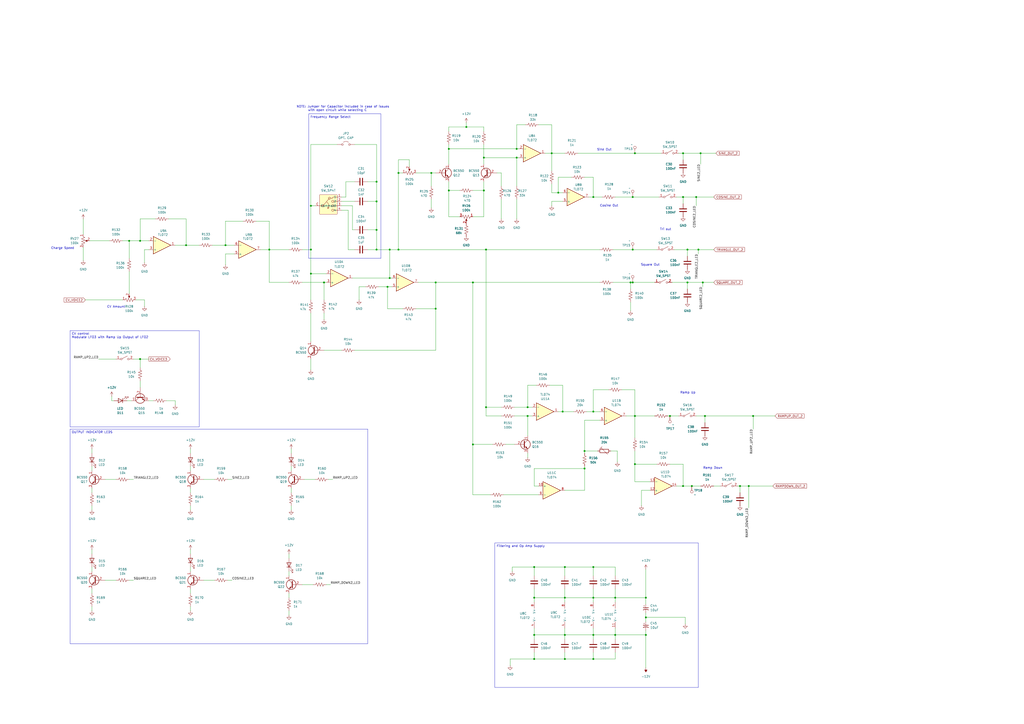
<source format=kicad_sch>
(kicad_sch (version 20250114) (generator "eeschema") (generator_version "9.0")
  (paper "A2")
  (title_block (title "Voice #2") (date "2025-02-15") (rev "1.0.0"))
  (text "NOTE: Jumper for Capacitor included in case of issues\n	  with open circuit while selecting C" (at 171.958 62.992 0) (effects (font (size 1.27 1.27)) (justify left)))
  (text "Charge Speed" (at 36.322 144.018 0) (effects (font (size 1.27 1.27))))
  (text "CV Amount" (at 67.31 178.054 0) (effects (font (size 1.27 1.27))))
  (text "Square Out" (at 377.19 153.67 0) (effects (font (size 1.27 1.27))))
  (text "Sine Out" (at 350.52 86.868 0) (effects (font (size 1.27 1.27))))
  (text "Tri out" (at 386.08 133.096 0) (effects (font (size 1.27 1.27))))
  (text "Cosine Out" (at 353.314 119.38 0) (effects (font (size 1.27 1.27))))
  (text "Ramp Up" (at 399.034 227.838 0) (effects (font (size 1.27 1.27))))
  (text "Ramp Down" (at 413.512 271.526 0) (effects (font (size 1.27 1.27))))
  (text_box "Frequency Range Select" (at 179.07 66.04 0) (size 41.91 83.82) (margins 0.9525 0.9525 0.9525 0.9525) (effects (font (size 1.27 1.27)) (justify left top)))
  (text_box "OUTPUT INDICATOR LEDS" (at 40.64 248.92 0) (size 172.72 124.46) (margins 0.9525 0.9525 0.9525 0.9525) (effects (font (size 1.27 1.27)) (justify left top)))
  (text_box "CV control \nModulate LFO3 with Ramp Up Output of LFO2" (at 40.64 191.77 0) (size 74.93 55.88) (margins 0.9525 0.9525 0.9525 0.9525) (effects (font (size 1.27 1.27)) (justify left top)))
  (text_box "Filtering and Op Amp Supply\n\n" (at 287.02 314.96 0) (size 118.11 83.82) (margins 0.9525 0.9525 0.9525 0.9525) (effects (font (size 1.27 1.27)) (justify left top)))
  (junction (at 339.09 261.62))
  (junction (at 252.73 179.07))
  (junction (at 270.51 73.66))
  (junction (at 368.3 88.9))
  (junction (at 74.93 139.7))
  (junction (at 323.85 111.76))
  (junction (at 260.35 86.36))
  (junction (at 356.87 368.3))
  (junction (at 344.17 328.93))
  (junction (at 299.72 91.44))
  (junction (at 218.44 133.35))
  (junction (at 396.24 114.3))
  (junction (at 252.73 163.83))
  (junction (at 374.65 346.71))
  (junction (at 280.67 110.49))
  (junction (at 408.94 241.3))
  (junction (at 299.72 86.36))
  (junction (at 280.67 91.44))
  (junction (at 231.14 144.78))
  (junction (at 187.96 163.83))
  (junction (at 274.32 257.81))
  (junction (at 224.79 166.37))
  (junction (at 156.21 144.78))
  (junction (at 231.14 100.33))
  (junction (at 309.88 382.27))
  (junction (at 367.03 144.78))
  (junction (at 365.76 163.83))
  (junction (at 403.86 114.3))
  (junction (at 429.26 281.94))
  (junction (at 180.34 158.75))
  (junction (at 327.66 346.71))
  (junction (at 81.28 139.7))
  (junction (at 327.66 368.3))
  (junction (at 356.87 346.71))
  (junction (at 226.06 144.78))
  (junction (at 344.17 382.27))
  (junction (at 396.24 88.9))
  (junction (at 374.65 368.3))
  (junction (at 434.34 281.94))
  (junction (at 309.88 328.93))
  (junction (at 250.19 100.33))
  (junction (at 344.17 346.71))
  (junction (at 398.78 163.83))
  (junction (at 396.24 281.94))
  (junction (at 368.3 269.24))
  (junction (at 260.35 110.49))
  (junction (at 226.06 161.29))
  (junction (at 180.34 119.38))
  (junction (at 180.34 144.78))
  (junction (at 368.3 241.3))
  (junction (at 281.94 236.22))
  (junction (at 309.88 368.3))
  (junction (at 309.88 346.71))
  (junction (at 306.07 241.3))
  (junction (at 436.88 241.3))
  (junction (at 406.4 88.9))
  (junction (at 274.32 163.83))
  (junction (at 326.39 238.76))
  (junction (at 81.28 208.28))
  (junction (at 218.44 144.78))
  (junction (at 107.95 142.24))
  (junction (at 367.03 163.83))
  (junction (at 320.04 88.9))
  (junction (at 327.66 328.93))
  (junction (at 388.62 241.3))
  (junction (at 327.66 382.27))
  (junction (at 218.44 105.41))
  (junction (at 281.94 144.78))
  (junction (at 339.09 271.78))
  (junction (at 374.65 358.14))
  (junction (at 306.07 236.22))
  (junction (at 367.03 114.3))
  (junction (at 344.17 368.3))
  (junction (at 401.32 281.94))
  (junction (at 398.78 144.78))
  (junction (at 344.17 238.76))
  (junction (at 407.67 163.83))
  (junction (at 218.44 116.84))
  (junction (at 405.13 144.78))
  (junction (at 130.81 142.24))
  (junction (at 344.17 114.3))
  (wire (pts (xy 224.79 166.37) (xy 227.33 166.37)))
  (wire (pts (xy 368.3 261.62) (xy 368.3 269.24)))
  (wire (pts (xy 396.24 92.71) (xy 396.24 88.9)))
  (wire (pts (xy 60.96 278.13) (xy 67.31 278.13)))
  (wire (pts (xy 365.76 163.83) (xy 367.03 163.83)))
  (wire (pts (xy 198.12 114.3) (xy 200.66 114.3)))
  (wire (pts (xy 335.28 88.9) (xy 368.3 88.9)))
  (wire (pts (xy 280.67 91.44) (xy 299.72 91.44)))
  (wire (pts (xy 311.15 223.52) (xy 306.07 223.52)))
  (wire (pts (xy 374.65 350.52) (xy 374.65 346.71)))
  (wire (pts (xy 231.14 100.33) (xy 233.68 100.33)))
  (wire (pts (xy 86.36 208.28) (xy 81.28 208.28)))
  (wire (pts (xy 356.87 368.3) (xy 356.87 370.84)))
  (wire (pts (xy 83.82 152.4) (xy 83.82 144.78)))
  (wire (pts (xy 180.34 83.82) (xy 195.58 83.82)))
  (wire (pts (xy 356.87 368.3) (xy 374.65 368.3)))
  (wire (pts (xy 118.11 278.13) (xy 124.46 278.13)))
  (wire (pts (xy 309.88 346.71) (xy 327.66 346.71)))
  (wire (pts (xy 53.34 295.91) (xy 53.34 293.37)))
  (wire (pts (xy 74.93 139.7) (xy 81.28 139.7)))
  (wire (pts (xy 168.91 285.75) (xy 168.91 283.21)))
  (wire (pts (xy 205.74 203.2) (xy 252.73 203.2)))
  (wire (pts (xy 218.44 116.84) (xy 218.44 133.35)))
  (wire (pts (xy 274.32 257.81) (xy 274.32 163.83)))
  (wire (pts (xy 83.82 173.99) (xy 78.74 173.99)))
  (wire (pts (xy 198.12 121.92) (xy 201.93 121.92)))
  (wire (pts (xy 57.15 208.28) (xy 67.31 208.28)))
  (wire (pts (xy 53.34 354.33) (xy 53.34 351.79)))
  (wire (pts (xy 110.49 344.17) (xy 110.49 341.63)))
  (wire (pts (xy 318.77 223.52) (xy 326.39 223.52)))
  (wire (pts (xy 309.88 271.78) (xy 309.88 281.94)))
  (wire (pts (xy 408.94 241.3) (xy 436.88 241.3)))
  (wire (pts (xy 374.65 355.6) (xy 374.65 358.14)))
  (wire (pts (xy 219.71 166.37) (xy 224.79 166.37)))
  (wire (pts (xy 356.87 382.27) (xy 344.17 382.27)))
  (wire (pts (xy 306.07 252.73) (xy 306.07 241.3)))
  (wire (pts (xy 252.73 203.2) (xy 252.73 179.07)))
  (wire (pts (xy 374.65 358.14) (xy 374.65 360.68)))
  (wire (pts (xy 167.64 163.83) (xy 156.21 163.83)))
  (wire (pts (xy 107.95 142.24) (xy 115.57 142.24)))
  (wire (pts (xy 110.49 295.91) (xy 110.49 293.37)))
  (wire (pts (xy 280.67 125.73) (xy 280.67 110.49)))
  (wire (pts (xy 64.77 229.87) (xy 64.77 232.41)))
  (wire (pts (xy 110.49 328.93) (xy 110.49 331.47)))
  (wire (pts (xy 156.21 144.78) (xy 167.64 144.78)))
  (wire (pts (xy 189.23 339.09) (xy 191.77 339.09)))
  (wire (pts (xy 73.66 232.41) (xy 76.2 232.41)))
  (wire (pts (xy 81.28 139.7) (xy 86.36 139.7)))
  (wire (pts (xy 368.3 226.06) (xy 368.3 241.3)))
  (wire (pts (xy 204.47 133.35) (xy 205.74 133.35)))
  (wire (pts (xy 81.28 224.79) (xy 81.28 220.98)))
  (wire (pts (xy 81.28 127) (xy 81.28 139.7)))
  (wire (pts (xy 53.34 318.77) (xy 53.34 321.31)))
  (wire (pts (xy 398.78 163.83) (xy 407.67 163.83)))
  (wire (pts (xy 250.19 120.65) (xy 250.19 115.57)))
  (wire (pts (xy 110.49 260.35) (xy 110.49 262.89)))
  (wire (pts (xy 208.28 173.99) (xy 208.28 166.37)))
  (wire (pts (xy 306.07 236.22) (xy 308.61 236.22)))
  (wire (pts (xy 180.34 158.75) (xy 180.34 173.99)))
  (wire (pts (xy 356.87 328.93) (xy 356.87 334.01)))
  (wire (pts (xy 187.96 163.83) (xy 189.23 163.83)))
  (wire (pts (xy 306.07 241.3) (xy 308.61 241.3)))
  (wire (pts (xy 323.85 111.76) (xy 326.39 111.76)))
  (wire (pts (xy 306.07 223.52) (xy 306.07 236.22)))
  (wire (pts (xy 280.67 83.82) (xy 280.67 91.44)))
  (wire (pts (xy 204.47 119.38) (xy 204.47 133.35)))
  (wire (pts (xy 365.76 163.83) (xy 365.76 167.64)))
  (wire (pts (xy 83.82 144.78) (xy 86.36 144.78)))
  (wire (pts (xy 405.13 147.32) (xy 405.13 144.78)))
  (wire (pts (xy 218.44 133.35) (xy 218.44 144.78)))
  (wire (pts (xy 299.72 72.39) (xy 304.8 72.39)))
  (wire (pts (xy 309.88 281.94) (xy 312.42 281.94)))
  (wire (pts (xy 233.68 179.07) (xy 224.79 179.07)))
  (wire (pts (xy 344.17 378.46) (xy 344.17 382.27)))
  (wire (pts (xy 180.34 158.75) (xy 189.23 158.75)))
  (wire (pts (xy 107.95 127) (xy 107.95 142.24)))
  (wire (pts (xy 368.3 269.24) (xy 381 269.24)))
  (wire (pts (xy 326.39 238.76) (xy 332.74 238.76)))
  (wire (pts (xy 101.6 232.41) (xy 96.52 232.41)))
  (wire (pts (xy 198.12 116.84) (xy 205.74 116.84)))
  (wire (pts (xy 270.51 73.66) (xy 280.67 73.66)))
  (wire (pts (xy 132.08 336.55) (xy 134.62 336.55)))
  (wire (pts (xy 140.97 128.27) (xy 130.81 128.27)))
  (wire (pts (xy 299.72 91.44) (xy 300.99 91.44)))
  (wire (pts (xy 403.86 114.3) (xy 403.86 119.38)))
  (wire (pts (xy 327.66 346.71) (xy 344.17 346.71)))
  (wire (pts (xy 48.26 127) (xy 48.26 135.89)))
  (wire (pts (xy 326.39 238.76) (xy 323.85 238.76)))
  (wire (pts (xy 231.14 144.78) (xy 226.06 144.78)))
  (wire (pts (xy 356.87 368.3) (xy 356.87 364.49)))
  (wire (pts (xy 224.79 179.07) (xy 224.79 166.37)))
  (wire (pts (xy 290.83 127) (xy 290.83 115.57)))
  (wire (pts (xy 344.17 102.87) (xy 339.09 102.87)))
  (wire (pts (xy 270.51 71.12) (xy 270.51 73.66)))
  (wire (pts (xy 280.67 105.41) (xy 280.67 110.49)))
  (wire (pts (xy 368.3 279.4) (xy 377.19 279.4)))
  (wire (pts (xy 434.34 281.94) (xy 434.34 294.64)))
  (wire (pts (xy 208.28 166.37) (xy 212.09 166.37)))
  (wire (pts (xy 309.88 368.3) (xy 309.88 370.84)))
  (wire (pts (xy 180.34 119.38) (xy 182.88 119.38)))
  (wire (pts (xy 187.96 173.99) (xy 187.96 163.83)))
  (wire (pts (xy 396.24 281.94) (xy 392.43 281.94)))
  (wire (pts (xy 299.72 127) (xy 299.72 115.57)))
  (wire (pts (xy 187.96 185.42) (xy 187.96 181.61)))
  (wire (pts (xy 213.36 144.78) (xy 218.44 144.78)))
  (wire (pts (xy 320.04 88.9) (xy 320.04 99.06)))
  (wire (pts (xy 327.66 370.84) (xy 327.66 368.3)))
  (wire (pts (xy 389.89 163.83) (xy 398.78 163.83)))
  (wire (pts (xy 156.21 144.78) (xy 151.13 144.78)))
  (wire (pts (xy 309.88 346.71) (xy 309.88 349.25)))
  (wire (pts (xy 429.26 281.94) (xy 434.34 281.94)))
  (wire (pts (xy 260.35 83.82) (xy 260.35 86.36)))
  (wire (pts (xy 213.36 105.41) (xy 218.44 105.41)))
  (wire (pts (xy 356.87 114.3) (xy 367.03 114.3)))
  (wire (pts (xy 81.28 213.36) (xy 81.28 208.28)))
  (wire (pts (xy 101.6 234.95) (xy 101.6 232.41)))
  (wire (pts (xy 398.78 144.78) (xy 405.13 144.78)))
  (wire (pts (xy 260.35 110.49) (xy 266.7 110.49)))
  (wire (pts (xy 403.86 114.3) (xy 414.02 114.3)))
  (wire (pts (xy 405.13 144.78) (xy 414.02 144.78)))
  (wire (pts (xy 356.87 346.71) (xy 356.87 349.25)))
  (wire (pts (xy 339.09 243.84) (xy 347.98 243.84)))
  (wire (pts (xy 358.14 261.62) (xy 354.33 261.62)))
  (wire (pts (xy 344.17 382.27) (xy 327.66 382.27)))
  (wire (pts (xy 396.24 269.24) (xy 396.24 281.94)))
  (wire (pts (xy 252.73 163.83) (xy 274.32 163.83)))
  (wire (pts (xy 344.17 368.3) (xy 356.87 368.3)))
  (wire (pts (xy 397.51 358.14) (xy 397.51 361.95)))
  (wire (pts (xy 327.66 284.48) (xy 339.09 284.48)))
  (wire (pts (xy 297.18 328.93) (xy 309.88 328.93)))
  (wire (pts (xy 320.04 88.9) (xy 316.23 88.9)))
  (wire (pts (xy 148.59 128.27) (xy 156.21 128.27)))
  (wire (pts (xy 226.06 144.78) (xy 226.06 161.29)))
  (wire (pts (xy 71.12 139.7) (xy 74.93 139.7)))
  (wire (pts (xy 387.35 241.3) (xy 388.62 241.3)))
  (wire (pts (xy 406.4 88.9) (xy 415.29 88.9)))
  (wire (pts (xy 53.34 270.51) (xy 53.34 273.05)))
  (wire (pts (xy 290.83 241.3) (xy 281.94 241.3)))
  (wire (pts (xy 190.5 278.13) (xy 193.04 278.13)))
  (wire (pts (xy 372.11 293.37) (xy 372.11 284.48)))
  (wire (pts (xy 355.6 144.78) (xy 367.03 144.78)))
  (wire (pts (xy 374.65 365.76) (xy 374.65 368.3)))
  (wire (pts (xy 306.07 265.43) (xy 306.07 262.89)))
  (wire (pts (xy 339.09 271.78) (xy 309.88 271.78)))
  (wire (pts (xy 180.34 119.38) (xy 180.34 144.78)))
  (wire (pts (xy 365.76 175.26) (xy 365.76 180.34)))
  (wire (pts (xy 231.14 92.71) (xy 231.14 100.33)))
  (wire (pts (xy 374.65 368.3) (xy 374.65 387.35)))
  (wire (pts (xy 280.67 73.66) (xy 280.67 76.2)))
  (wire (pts (xy 393.7 88.9) (xy 396.24 88.9)))
  (wire (pts (xy 175.26 144.78) (xy 180.34 144.78)))
  (wire (pts (xy 176.53 278.13) (xy 182.88 278.13)))
  (wire (pts (xy 266.7 125.73) (xy 260.35 125.73)))
  (wire (pts (xy 231.14 144.78) (xy 231.14 100.33)))
  (wire (pts (xy 398.78 167.64) (xy 398.78 163.83)))
  (wire (pts (xy 344.17 346.71) (xy 344.17 349.25)))
  (wire (pts (xy 280.67 91.44) (xy 280.67 95.25)))
  (wire (pts (xy 320.04 116.84) (xy 326.39 116.84)))
  (wire (pts (xy 344.17 346.71) (xy 356.87 346.71)))
  (wire (pts (xy 167.64 321.31) (xy 167.64 323.85)))
  (wire (pts (xy 298.45 241.3) (xy 306.07 241.3)))
  (wire (pts (xy 284.48 287.02) (xy 274.32 287.02)))
  (wire (pts (xy 368.3 241.3) (xy 368.3 254)))
  (wire (pts (xy 168.91 295.91) (xy 168.91 293.37)))
  (wire (pts (xy 344.17 226.06) (xy 344.17 238.76)))
  (wire (pts (xy 427.99 281.94) (xy 429.26 281.94)))
  (wire (pts (xy 218.44 83.82) (xy 205.74 83.82)))
  (wire (pts (xy 90.17 127) (xy 81.28 127)))
  (wire (pts (xy 83.82 177.8) (xy 83.82 173.99)))
  (wire (pts (xy 297.18 331.47) (xy 297.18 328.93)))
  (wire (pts (xy 327.66 328.93) (xy 327.66 334.01)))
  (wire (pts (xy 408.94 245.11) (xy 408.94 241.3)))
  (wire (pts (xy 167.64 346.71) (xy 167.64 344.17)))
  (wire (pts (xy 349.25 114.3) (xy 344.17 114.3)))
  (wire (pts (xy 226.06 161.29) (xy 227.33 161.29)))
  (wire (pts (xy 74.93 149.86) (xy 74.93 139.7)))
  (wire (pts (xy 299.72 86.36) (xy 300.99 86.36)))
  (wire (pts (xy 218.44 105.41) (xy 218.44 83.82)))
  (wire (pts (xy 175.26 339.09) (xy 181.61 339.09)))
  (wire (pts (xy 64.77 232.41) (xy 66.04 232.41)))
  (wire (pts (xy 368.3 269.24) (xy 368.3 279.4)))
  (wire (pts (xy 309.88 364.49) (xy 309.88 368.3)))
  (wire (pts (xy 344.17 114.3) (xy 344.17 102.87)))
  (wire (pts (xy 327.66 328.93) (xy 344.17 328.93)))
  (wire (pts (xy 323.85 102.87) (xy 323.85 111.76)))
  (wire (pts (xy 53.34 344.17) (xy 53.34 341.63)))
  (wire (pts (xy 218.44 144.78) (xy 226.06 144.78)))
  (wire (pts (xy 397.51 358.14) (xy 374.65 358.14)))
  (wire (pts (xy 396.24 281.94) (xy 401.32 281.94)))
  (wire (pts (xy 205.74 105.41) (xy 200.66 105.41)))
  (wire (pts (xy 167.64 356.87) (xy 167.64 354.33)))
  (wire (pts (xy 204.47 161.29) (xy 226.06 161.29)))
  (wire (pts (xy 260.35 105.41) (xy 260.35 110.49)))
  (wire (pts (xy 358.14 267.97) (xy 358.14 261.62)))
  (wire (pts (xy 327.66 346.71) (xy 327.66 349.25)))
  (wire (pts (xy 201.93 144.78) (xy 205.74 144.78)))
  (wire (pts (xy 295.91 382.27) (xy 309.88 382.27)))
  (wire (pts (xy 81.28 208.28) (xy 77.47 208.28)))
  (wire (pts (xy 74.93 278.13) (xy 77.47 278.13)))
  (wire (pts (xy 309.88 368.3) (xy 327.66 368.3)))
  (wire (pts (xy 320.04 111.76) (xy 323.85 111.76)))
  (wire (pts (xy 290.83 107.95) (xy 290.83 100.33)))
  (wire (pts (xy 331.47 102.87) (xy 323.85 102.87)))
  (wire (pts (xy 396.24 118.11) (xy 396.24 114.3)))
  (wire (pts (xy 281.94 144.78) (xy 347.98 144.78)))
  (wire (pts (xy 320.04 119.38) (xy 320.04 116.84)))
  (wire (pts (xy 130.81 147.32) (xy 135.89 147.32)))
  (wire (pts (xy 200.66 105.41) (xy 200.66 114.3)))
  (wire (pts (xy 374.65 330.2) (xy 374.65 346.71)))
  (wire (pts (xy 168.91 270.51) (xy 168.91 273.05)))
  (wire (pts (xy 130.81 142.24) (xy 123.19 142.24)))
  (wire (pts (xy 388.62 269.24) (xy 396.24 269.24)))
  (wire (pts (xy 252.73 179.07) (xy 252.73 163.83)))
  (wire (pts (xy 252.73 163.83) (xy 242.57 163.83)))
  (wire (pts (xy 299.72 86.36) (xy 299.72 72.39)))
  (wire (pts (xy 88.9 232.41) (xy 86.36 232.41)))
  (wire (pts (xy 110.49 318.77) (xy 110.49 321.31)))
  (wire (pts (xy 274.32 163.83) (xy 347.98 163.83)))
  (wire (pts (xy 434.34 281.94) (xy 448.31 281.94)))
  (wire (pts (xy 327.66 368.3) (xy 344.17 368.3)))
  (wire (pts (xy 320.04 88.9) (xy 327.66 88.9)))
  (wire (pts (xy 274.32 287.02) (xy 274.32 257.81)))
  (wire (pts (xy 130.81 153.67) (xy 130.81 147.32)))
  (wire (pts (xy 356.87 346.71) (xy 374.65 346.71)))
  (wire (pts (xy 327.66 341.63) (xy 327.66 346.71)))
  (wire (pts (xy 156.21 163.83) (xy 156.21 144.78)))
  (wire (pts (xy 299.72 91.44) (xy 299.72 107.95)))
  (wire (pts (xy 414.02 281.94) (xy 417.83 281.94)))
  (wire (pts (xy 274.32 110.49) (xy 280.67 110.49)))
  (wire (pts (xy 339.09 262.89) (xy 339.09 261.62)))
  (wire (pts (xy 110.49 354.33) (xy 110.49 351.79)))
  (wire (pts (xy 285.75 257.81) (xy 274.32 257.81)))
  (wire (pts (xy 391.16 144.78) (xy 398.78 144.78)))
  (wire (pts (xy 396.24 114.3) (xy 403.86 114.3)))
  (wire (pts (xy 436.88 248.92) (xy 436.88 241.3)))
  (wire (pts (xy 110.49 285.75) (xy 110.49 283.21)))
  (wire (pts (xy 355.6 163.83) (xy 365.76 163.83)))
  (wire (pts (xy 320.04 106.68) (xy 320.04 111.76)))
  (wire (pts (xy 52.07 139.7) (xy 63.5 139.7)))
  (wire (pts (xy 260.35 86.36) (xy 260.35 95.25)))
  (wire (pts (xy 132.08 278.13) (xy 134.62 278.13)))
  (wire (pts (xy 326.39 223.52) (xy 326.39 238.76)))
  (wire (pts (xy 48.26 143.51) (xy 48.26 151.13)))
  (wire (pts (xy 309.88 382.27) (xy 309.88 378.46)))
  (wire (pts (xy 344.17 328.93) (xy 344.17 334.01)))
  (wire (pts (xy 298.45 236.22) (xy 306.07 236.22)))
  (wire (pts (xy 168.91 260.35) (xy 168.91 262.89)))
  (wire (pts (xy 367.03 114.3) (xy 382.27 114.3)))
  (wire (pts (xy 356.87 378.46) (xy 356.87 382.27)))
  (wire (pts (xy 388.62 241.3) (xy 393.7 241.3)))
  (wire (pts (xy 175.26 163.83) (xy 187.96 163.83)))
  (wire (pts (xy 407.67 166.37) (xy 407.67 163.83)))
  (wire (pts (xy 198.12 119.38) (xy 204.47 119.38)))
  (wire (pts (xy 344.17 368.3) (xy 344.17 364.49)))
  (wire (pts (xy 344.17 328.93) (xy 356.87 328.93)))
  (wire (pts (xy 281.94 144.78) (xy 281.94 236.22)))
  (wire (pts (xy 180.34 181.61) (xy 180.34 198.12)))
  (wire (pts (xy 392.43 114.3) (xy 396.24 114.3)))
  (wire (pts (xy 180.34 119.38) (xy 180.34 83.82)))
  (wire (pts (xy 218.44 105.41) (xy 218.44 116.84)))
  (wire (pts (xy 74.93 170.18) (xy 74.93 157.48)))
  (wire (pts (xy 237.49 96.52) (xy 237.49 92.71)))
  (wire (pts (xy 312.42 287.02) (xy 292.1 287.02)))
  (wire (pts (xy 344.17 114.3) (xy 341.63 114.3)))
  (wire (pts (xy 320.04 72.39) (xy 320.04 88.9)))
  (wire (pts (xy 406.4 88.9) (xy 406.4 95.25)))
  (wire (pts (xy 293.37 257.81) (xy 298.45 257.81)))
  (wire (pts (xy 309.88 341.63) (xy 309.88 346.71)))
  (wire (pts (xy 368.3 88.9) (xy 383.54 88.9)))
  (wire (pts (xy 107.95 142.24) (xy 101.6 142.24)))
  (wire (pts (xy 53.34 285.75) (xy 53.34 283.21)))
  (wire (pts (xy 396.24 88.9) (xy 406.4 88.9)))
  (wire (pts (xy 274.32 125.73) (xy 280.67 125.73)))
  (wire (pts (xy 281.94 241.3) (xy 281.94 236.22)))
  (wire (pts (xy 368.3 241.3) (xy 379.73 241.3)))
  (wire (pts (xy 309.88 334.01) (xy 309.88 328.93)))
  (wire (pts (xy 260.35 73.66) (xy 270.51 73.66)))
  (wire (pts (xy 312.42 72.39) (xy 320.04 72.39)))
  (wire (pts (xy 327.66 368.3) (xy 327.66 364.49)))
  (wire (pts (xy 401.32 281.94) (xy 406.4 281.94)))
  (wire (pts (xy 344.17 238.76) (xy 347.98 238.76)))
  (wire (pts (xy 398.78 148.59) (xy 398.78 144.78)))
  (wire (pts (xy 53.34 260.35) (xy 53.34 262.89)))
  (wire (pts (xy 130.81 128.27) (xy 130.81 142.24)))
  (wire (pts (xy 344.17 341.63) (xy 344.17 346.71)))
  (wire (pts (xy 231.14 144.78) (xy 281.94 144.78)))
  (wire (pts (xy 260.35 86.36) (xy 299.72 86.36)))
  (wire (pts (xy 368.3 241.3) (xy 363.22 241.3)))
  (wire (pts (xy 344.17 370.84) (xy 344.17 368.3)))
  (wire (pts (xy 339.09 261.62) (xy 346.71 261.62)))
  (wire (pts (xy 403.86 241.3) (xy 408.94 241.3)))
  (wire (pts (xy 167.64 331.47) (xy 167.64 334.01)))
  (wire (pts (xy 309.88 328.93) (xy 327.66 328.93)))
  (wire (pts (xy 53.34 328.93) (xy 53.34 331.47)))
  (wire (pts (xy 327.66 382.27) (xy 309.88 382.27)))
  (wire (pts (xy 339.09 261.62) (xy 339.09 243.84)))
  (wire (pts (xy 49.53 173.99) (xy 71.12 173.99)))
  (wire (pts (xy 367.03 144.78) (xy 381 144.78)))
  (wire (pts (xy 110.49 270.51) (xy 110.49 273.05)))
  (wire (pts (xy 74.93 336.55) (xy 77.47 336.55)))
  (wire (pts (xy 237.49 92.71) (xy 231.14 92.71)))
  (wire (pts (xy 281.94 236.22) (xy 290.83 236.22)))
  (wire (pts (xy 180.34 144.78) (xy 180.34 158.75)))
  (wire (pts (xy 187.96 203.2) (xy 198.12 203.2)))
  (wire (pts (xy 360.68 226.06) (xy 368.3 226.06)))
  (wire (pts (xy 339.09 270.51) (xy 339.09 271.78)))
  (wire (pts (xy 201.93 121.92) (xy 201.93 144.78)))
  (wire (pts (xy 295.91 386.08) (xy 295.91 382.27)))
  (wire (pts (xy 252.73 100.33) (xy 250.19 100.33)))
  (wire (pts (xy 367.03 163.83) (xy 379.73 163.83)))
  (wire (pts (xy 97.79 127) (xy 107.95 127)))
  (wire (pts (xy 241.3 179.07) (xy 252.73 179.07)))
  (wire (pts (xy 339.09 284.48) (xy 339.09 271.78)))
  (wire (pts (xy 372.11 284.48) (xy 377.19 284.48)))
  (wire (pts (xy 60.96 336.55) (xy 67.31 336.55)))
  (wire (pts (xy 250.19 100.33) (xy 250.19 107.95)))
  (wire (pts (xy 290.83 100.33) (xy 288.29 100.33)))
  (wire (pts (xy 436.88 241.3) (xy 449.58 241.3)))
  (wire (pts (xy 213.36 133.35) (xy 218.44 133.35)))
  (wire (pts (xy 241.3 100.33) (xy 250.19 100.33)))
  (wire (pts (xy 353.06 226.06) (xy 344.17 226.06)))
  (wire (pts (xy 429.26 285.75) (xy 429.26 281.94)))
  (wire (pts (xy 340.36 238.76) (xy 344.17 238.76)))
  (wire (pts (xy 260.35 110.49) (xy 260.35 125.73)))
  (wire (pts (xy 260.35 76.2) (xy 260.35 73.66)))
  (wire (pts (xy 156.21 128.27) (xy 156.21 144.78)))
  (wire (pts (xy 327.66 378.46) (xy 327.66 382.27)))
  (wire (pts (xy 213.36 116.84) (xy 218.44 116.84)))
  (wire (pts (xy 356.87 341.63) (xy 356.87 346.71)))
  (wire (pts (xy 407.67 163.83) (xy 414.02 163.83)))
  (wire (pts (xy 135.89 142.24) (xy 130.81 142.24)))
  (wire (pts (xy 118.11 336.55) (xy 124.46 336.55)))
  (wire (pts (xy 180.34 208.28) (xy 180.34 214.63)))
  (label "TRIANGLE2_LED" (at 77.47 278.13 0))
  (label "RAMP_UP2_LED" (at 436.88 248.92 270))
  (label "RAMP_DOWN2_LED" (at 434.34 294.64 270))
  (label "RAMP_UP2_LED" (at 57.15 208.28 180))
  (label "COSINE2_LED" (at 134.62 336.55 0))
  (label "RAMP_DOWN2_LED" (at 191.77 339.09 0))
  (label "COSINE2_LED" (at 403.86 119.38 270))
  (label "SQUARE2_LED" (at 407.67 166.37 270))
  (label "RAMP_UP2_LED" (at 193.04 278.13 0))
  (label "SINE2_LED" (at 406.4 95.25 270))
  (label "SINE2_LED" (at 134.62 278.13 0))
  (label "SQUARE2_LED" (at 77.47 336.55 0))
  (label "TRIANGLE2_LED" (at 405.13 147.32 270))
  (global_label "COSINE_OUT_2" (shape input) (at 414.02 114.3 0) (property "Intersheetrefs" "${INTERSHEET_REFS}" (effects (hide yes))))
  (global_label "SINE_OUT_2" (shape input) (at 415.29 88.9 0) (property "Intersheetrefs" "${INTERSHEET_REFS}" (effects (hide yes))))
  (global_label "SQUARE_OUT_2" (shape input) (at 414.02 163.83 0) (property "Intersheetrefs" "${INTERSHEET_REFS}" (effects (hide yes))))
  (global_label "CV_VOICE2" (shape input) (at 49.53 173.99 180) (property "Intersheetrefs" "${INTERSHEET_REFS}" (effects (hide yes))))
  (global_label "RAMPDOWN_OUT_2" (shape input) (at 448.31 281.94 0) (property "Intersheetrefs" "${INTERSHEET_REFS}" (effects (hide yes))))
  (global_label "TRIANGLE_OUT_2" (shape input) (at 414.02 144.78 0) (property "Intersheetrefs" "${INTERSHEET_REFS}" (effects (hide yes))))
  (global_label "RAMPUP_OUT_2" (shape input) (at 449.58 241.3 0) (property "Intersheetrefs" "${INTERSHEET_REFS}" (effects (hide yes))))
  (global_label "CV_VOICE3" (shape output) (at 86.36 208.28 0) (property "Intersheetrefs" "${INTERSHEET_REFS}" (effects (hide yes))))
  (symbol (lib_id "power:GND") (at 208.28 173.99 0) (unit 1)
    (property "Reference" "#PWR0108" (effects (hide yes)))
    (property "Value" "GND" (at 208.28 179.07 0))
    (property "Description" "Power symbol creates a global label with name \"GND\" , ground" (effects (hide yes)))
  )
  (symbol (lib_id "Device:R_US") (at 280.67 80.01 0) (unit 1)
    (property "Reference" "R120" (at 276.352 79.248 0))
    (property "Value" "10k" (at 276.352 81.788 0))
    (property "Footprint" "Resistor_THT:R_Axial_DIN0204_L3.6mm_D1.6mm_P5.08mm_Horizontal" (effects (hide yes)))
    (property "Datasheet" "https://www.seielect.com/catalog/sei-cf_cfm.pdf" (effects (hide yes)))
    (property "Description" "Resistor, US symbol" (effects (hide yes)))
    (property "Link" "https://www.digikey.com/en/products/detail/stackpole-electronics-inc/CF12JT10K0/1741024" (effects (hide yes)))
  )
  (symbol (lib_id "Transistor_BJT:BC550") (at 55.88 278.13 0) (mirror y) (unit 1)
    (property "Reference" "Q17" (at 50.8 279.4001 0) (effects (justify left)))
    (property "Value" "BC550" (at 50.8 276.8601 0) (effects (justify left)))
    (property "Footprint" "Package_TO_SOT_THT:TO-92_Inline" (effects (hide yes)))
    (property "Datasheet" "https://www.onsemi.com/pub/Collateral/BC550-D.pdf" (effects (hide yes)))
    (property "Description" "0.1A Ic, 45V Vce, Small Signal NPN Transistor, TO-92" (effects (hide yes)))
    (property "Link" "https://www.mouser.com/ProductDetail/onsemi-Fairchild/BC550CTA?qs=ljbEvF4DwOM46%2Fg9NzWlqQ%3D%3D" (effects (hide yes)))
  )
  (symbol (lib_id "Transistor_BJT:BC550") (at 170.18 339.09 0) (mirror y) (unit 1)
    (property "Reference" "Q22" (at 165.1 340.3601 0) (effects (justify left)))
    (property "Value" "BC550" (at 165.1 337.8201 0) (effects (justify left)))
    (property "Footprint" "Package_TO_SOT_THT:TO-92_Inline" (effects (hide yes)))
    (property "Datasheet" "https://www.onsemi.com/pub/Collateral/BC550-D.pdf" (effects (hide yes)))
    (property "Description" "0.1A Ic, 45V Vce, Small Signal NPN Transistor, TO-92" (effects (hide yes)))
    (property "Link" "https://www.mouser.com/ProductDetail/onsemi-Fairchild/BC550CTA?qs=ljbEvF4DwOM46%2Fg9NzWlqQ%3D%3D" (effects (hide yes)))
  )
  (symbol (lib_id "Device:C") (at 429.26 289.56 0) (unit 1)
    (property "Reference" "C39" (at 419.1 288.29 0) (effects (justify left)))
    (property "Value" "100nF" (at 419.1 290.83 0) (effects (justify left)))
    (property "Footprint" "Capacitor_THT:C_Disc_D6.0mm_W2.5mm_P5.00mm" (effects (hide yes)))
    (property "Datasheet" "https://content.kemet.com/datasheets/KEM_C1050_GOLDMAX_X7R.pdf" (effects (hide yes)))
    (property "Description" "Unpolarized capacitor" (effects (hide yes)))
    (property "Link" "https://www.digikey.com/en/products/detail/kemet/C320C104K5R5TA/818040" (effects (hide yes)))
  )
  (symbol (lib_id "power:GND") (at 168.91 295.91 0) (unit 1)
    (property "Reference" "#PWR0126" (effects (hide yes)))
    (property "Value" "GND" (at 168.91 300.99 0))
    (property "Description" "Power symbol creates a global label with name \"GND\" , ground" (effects (hide yes)))
  )
  (symbol (lib_id "Amplifier_Operational:TL072") (at 93.98 142.24 0) (mirror x) (unit 1)
    (property "Reference" "U9" (at 94.742 133.858 0))
    (property "Value" "TL072" (at 94.488 136.144 0))
    (property "Footprint" "Package_DIP:DIP-8_W7.62mm" (effects (hide yes)))
    (property "Datasheet" "http://www.ti.com/lit/ds/symlink/tl071.pdf" (effects (hide yes)))
    (property "Description" "Dual Low-Noise JFET-Input Operational Amplifiers, DIP-8/SOIC-8" (effects (hide yes)))
    (property "Link" "https://www.digikey.com/en/products/detail/texas-instruments/TL072CP/277421" (effects (hide yes)))
  )
  (symbol (lib_id "Device:R_US") (at 144.78 128.27 90) (unit 1)
    (property "Reference" "R130" (at 144.78 121.92 90))
    (property "Value" "100k" (at 144.78 124.46 90))
    (property "Footprint" "Resistor_THT:R_Axial_DIN0207_L6.3mm_D2.5mm_P10.16mm_Horizontal" (effects (hide yes)))
    (property "Datasheet" "https://www.digikey.com/en/products/detail/yageo/MFR50SFTE52-68K/9151668" (effects (hide yes)))
    (property "Description" "Resistor, US symbol" (effects (hide yes)))
    (property "Link" "https://www.digikey.com/en/products/detail/yageo/MFP-25BRD52-100K/2058795" (effects (hide yes)))
  )
  (symbol (lib_id "Amplifier_Operational:TL072") (at 334.01 114.3 0) (mirror x) (unit 2)
    (property "Reference" "U8" (at 335.534 107.188 0))
    (property "Value" "TL072" (at 335.534 109.728 0))
    (property "Footprint" "Package_DIP:DIP-8_W7.62mm" (effects (hide yes)))
    (property "Datasheet" "http://www.ti.com/lit/ds/symlink/tl071.pdf" (effects (hide yes)))
    (property "Description" "Dual Low-Noise JFET-Input Operational Amplifiers, DIP-8/SOIC-8" (effects (hide yes)))
    (property "Link" "https://www.digikey.com/en/products/detail/texas-instruments/TL072CP/277421" (effects (hide yes)))
  )
  (symbol (lib_id "Device:R_US") (at 368.3 257.81 180) (unit 1)
    (property "Reference" "R154" (at 370.84 256.5399 0) (effects (justify right)))
    (property "Value" "10k" (at 370.84 259.0799 0) (effects (justify right)))
    (property "Footprint" "Resistor_THT:R_Axial_DIN0204_L3.6mm_D1.6mm_P5.08mm_Horizontal" (effects (hide yes)))
    (property "Datasheet" "https://www.seielect.com/catalog/sei-cf_cfm.pdf" (effects (hide yes)))
    (property "Description" "Resistor, US symbol" (effects (hide yes)))
    (property "Link" "https://www.digikey.com/en/products/detail/stackpole-electronics-inc/CF12JT10K0/1741024" (effects (hide yes)))
  )
  (symbol (lib_id "Device:R_Potentiometer_US") (at 48.26 139.7 0) (unit 1)
    (property "Reference" "RV27" (at 45.72 138.4299 0) (effects (justify right)))
    (property "Value" "100k" (at 45.72 140.9699 0) (effects (justify right)))
    (property "Footprint" "Connector_PinHeader_2.54mm:PinHeader_1x03_P2.54mm_Vertical" (effects (hide yes)))
    (property "Datasheet" "https://www.mouser.com/datasheet/2/1628/ptn09x-3510641.pdf" (effects (hide yes)))
    (property "Description" "Potentiometer, US symbol" (effects (hide yes)))
    (property "Link" "https://www.mouser.com/ProductDetail/Same-Sky/PTN091-H100115K1B?qs=sGAEpiMZZMtC25l1F4XBU8HLBcAXzzD17fBdaMNcZzpNZAyQ4y73hg%3D%3D" (effects (hide yes)))
  )
  (symbol (lib_id "Device:R_US") (at 180.34 177.8 180) (unit 1)
    (property "Reference" "R141" (at 173.99 176.784 0) (effects (justify right)))
    (property "Value" "47k" (at 173.99 179.324 0) (effects (justify right)))
    (property "Footprint" "Resistor_THT:R_Axial_DIN0204_L3.6mm_D1.6mm_P5.08mm_Horizontal" (effects (hide yes)))
    (property "Datasheet" "https://www.seielect.com/catalog/sei-cf_cfm.pdf" (effects (hide yes)))
    (property "Description" "Resistor, US symbol" (effects (hide yes)))
    (property "Link" "https://www.digikey.com/en/products/detail/stackpole-electronics-inc/CF12JT47K0/1741165" (effects (hide yes)))
  )
  (symbol (lib_id "Device:R_US") (at 365.76 171.45 180) (unit 1)
    (property "Reference" "R140" (at 368.3 170.1799 0) (effects (justify right)))
    (property "Value" "100k" (at 368.3 172.7199 0) (effects (justify right)))
    (property "Footprint" "Resistor_THT:R_Axial_DIN0207_L6.3mm_D2.5mm_P10.16mm_Horizontal" (effects (hide yes)))
    (property "Datasheet" "https://www.digikey.com/en/products/detail/yageo/MFR50SFTE52-68K/9151668" (effects (hide yes)))
    (property "Description" "Resistor, US symbol" (effects (hide yes)))
    (property "Link" "https://www.digikey.com/en/products/detail/yageo/MFP-25BRD52-100K/2058795" (effects (hide yes)))
  )
  (symbol (lib_id "power:GND") (at 299.72 127 0) (unit 1)
    (property "Reference" "#PWR0102" (effects (hide yes)))
    (property "Value" "GND" (at 299.72 132.08 0))
    (property "Description" "Power symbol creates a global label with name \"GND\" , ground" (effects (hide yes)))
  )
  (symbol (lib_id "Device:R_Potentiometer_US") (at 270.51 125.73 270) (unit 1)
    (property "Reference" "RV26" (at 270.51 119.38 90))
    (property "Value" "100k" (at 270.51 121.92 90))
    (property "Footprint" "Connector_PinHeader_2.54mm:PinHeader_1x03_P2.54mm_Vertical" (effects (hide yes)))
    (property "Datasheet" "https://www.digikey.com/en/products/detail/bourns-inc/3296W-1-104LF/1088046" (effects (hide yes)))
    (property "Description" "Potentiometer, US symbol" (effects (hide yes)))
    (property "Link" "https://www.digikey.com/en/products/detail/bourns-inc/3296W-1-104LF/1088046" (effects (hide yes)))
  )
  (symbol (lib_id "Device:R_US") (at 356.87 226.06 90) (unit 1)
    (property "Reference" "R147" (at 356.87 219.71 90))
    (property "Value" "10k" (at 356.87 222.25 90))
    (property "Footprint" "Resistor_THT:R_Axial_DIN0204_L3.6mm_D1.6mm_P5.08mm_Horizontal" (effects (hide yes)))
    (property "Datasheet" "https://www.seielect.com/catalog/sei-cf_cfm.pdf" (effects (hide yes)))
    (property "Description" "Resistor, US symbol" (effects (hide yes)))
    (property "Link" "https://www.digikey.com/en/products/detail/stackpole-electronics-inc/CF12JT10K0/1741024" (effects (hide yes)))
  )
  (symbol (lib_id "Amplifier_Operational:TL074") (at 316.23 238.76 0) (mirror x) (unit 1)
    (property "Reference" "U11" (at 316.23 231.394 0))
    (property "Value" "TL074" (at 316.23 228.854 0))
    (property "Footprint" "Package_DIP:DIP-14_W7.62mm" (effects (hide yes)))
    (property "Datasheet" "http://www.ti.com/lit/ds/symlink/tl071.pdf" (effects (hide yes)))
    (property "Description" "Quad Low-Noise JFET-Input Operational Amplifiers, DIP-14/SOIC-14" (effects (hide yes)))
    (property "Link" "https://www.digikey.com/en/products/detail/texas-instruments/TL074IN/378422" (effects (hide yes)))
  )
  (symbol (lib_id "Device:R_Potentiometer_US") (at 237.49 100.33 90) (unit 1)
    (property "Reference" "RV25" (at 237.49 104.14 90))
    (property "Value" "100k" (at 237.49 106.68 90))
    (property "Footprint" "Connector_PinHeader_2.54mm:PinHeader_1x03_P2.54mm_Vertical" (effects (hide yes)))
    (property "Datasheet" "https://www.digikey.com/en/products/detail/bourns-inc/3296W-1-104LF/1088046" (effects (hide yes)))
    (property "Description" "Potentiometer, US symbol" (effects (hide yes)))
    (property "Link" "https://www.digikey.com/en/products/detail/bourns-inc/3296W-1-104LF/1088046" (effects (hide yes)))
  )
  (symbol (lib_id "power:GND") (at 429.26 293.37 0) (unit 1)
    (property "Reference" "#PWR0123" (effects (hide yes)))
    (property "Value" "GND" (at 429.26 298.45 0))
    (property "Description" "Power symbol creates a global label with name \"GND\" , ground" (effects (hide yes)))
  )
  (symbol (lib_id "power:+12V") (at 110.49 318.77 0) (unit 1)
    (property "Reference" "#PWR0128" (effects (hide yes)))
    (property "Value" "+12V" (at 110.49 313.69 0))
    (property "Description" "Power symbol creates a global label with name \"+12V\"" (effects (hide yes)))
  )
  (symbol (lib_id "power:GND") (at 396.24 100.33 0) (unit 1)
    (property "Reference" "#PWR096" (effects (hide yes)))
    (property "Value" "GND" (at 396.24 105.41 0))
    (property "Description" "Power symbol creates a global label with name \"GND\" , ground" (effects (hide yes)))
  )
  (symbol (lib_id "Device:R_US") (at 237.49 179.07 270) (unit 1)
    (property "Reference" "R143" (at 236.982 182.626 90))
    (property "Value" "47k" (at 236.982 185.166 90))
    (property "Footprint" "Resistor_THT:R_Axial_DIN0204_L3.6mm_D1.6mm_P5.08mm_Horizontal" (effects (hide yes)))
    (property "Datasheet" "https://www.seielect.com/catalog/sei-cf_cfm.pdf" (effects (hide yes)))
    (property "Description" "Resistor, US symbol" (effects (hide yes)))
    (property "Link" "https://www.digikey.com/en/products/detail/stackpole-electronics-inc/CF12JT47K0/1741165" (effects (hide yes)))
  )
  (symbol (lib_id "power:GND") (at 372.11 293.37 0) (unit 1)
    (property "Reference" "#PWR0122" (effects (hide yes)))
    (property "Value" "GND" (at 372.11 298.45 0))
    (property "Description" "Power symbol creates a global label with name \"GND\" , ground" (effects (hide yes)))
  )
  (symbol (lib_id "Device:C") (at 209.55 105.41 90) (unit 1)
    (property "Reference" "C31" (at 209.55 97.79 90))
    (property "Value" "10pF" (at 209.55 100.33 90))
    (property "Footprint" "Capacitor_THT:C_Disc_D4.7mm_W2.5mm_P5.00mm" (effects (hide yes)))
    (property "Datasheet" "https://product.tdk.com/en/system/files/dam/doc/product/capacitor/ceramic/lead-mlcc/catalog/leadmlcc_halogenfree_fg_en.pdf" (effects (hide yes)))
    (property "Description" "Unpolarized capacitor" (effects (hide yes)))
    (property "Link" "https://www.digikey.com/en/products/detail/tdk-corporation/FG28C0G1H100DNT06/5803085" (effects (hide yes)))
  )
  (symbol (lib_id "Amplifier_Operational:TL072") (at 312.42 356.87 0) (unit 3)
    (property "Reference" "U8" (at 301.498 355.854 0) (effects (justify left)))
    (property "Value" "TL072" (at 301.498 358.394 0) (effects (justify left)))
    (property "Footprint" "Package_DIP:DIP-8_W7.62mm" (effects (hide yes)))
    (property "Datasheet" "http://www.ti.com/lit/ds/symlink/tl071.pdf" (effects (hide yes)))
    (property "Description" "Dual Low-Noise JFET-Input Operational Amplifiers, DIP-8/SOIC-8" (effects (hide yes)))
    (property "Link" "https://www.digikey.com/en/products/detail/texas-instruments/TL072CP/277421" (effects (hide yes)))
  )
  (symbol (lib_id "Switch:SW_SPST") (at 388.62 88.9 0) (unit 1)
    (property "Reference" "SW10" (at 388.62 82.55 0))
    (property "Value" "SW_SPST" (at 388.62 85.09 0))
    (property "Footprint" "Connector_PinHeader_2.54mm:PinHeader_1x02_P2.54mm_Vertical" (effects (hide yes)))
    (property "Datasheet" "https://www.mouser.com/datasheet/2/4/sw_t3_1a_a_a3_s1_data_sheet-3396620.pdf" (effects (hide yes)))
    (property "Description" "Single Pole Single Throw (SPST) switch" (effects (hide yes)))
    (property "Link" "https://www.mouser.com/ProductDetail/Adam-Tech/SW-T3-1A-A-A3-S1?qs=HoCaDK9Nz5dJJV4Z7JCNtA%3D%3D" (effects (hide yes)))
  )
  (symbol (lib_id "power:GND") (at 250.19 120.65 0) (unit 1)
    (property "Reference" "#PWR098" (effects (hide yes)))
    (property "Value" "GND" (at 250.19 125.73 0))
    (property "Description" "Power symbol creates a global label with name \"GND\" , ground" (effects (hide yes)))
  )
  (symbol (lib_id "Device:C") (at 396.24 121.92 0) (unit 1)
    (property "Reference" "C33" (at 386.08 120.65 0) (effects (justify left)))
    (property "Value" "100nF" (at 386.08 123.19 0) (effects (justify left)))
    (property "Footprint" "Capacitor_THT:C_Disc_D6.0mm_W2.5mm_P5.00mm" (effects (hide yes)))
    (property "Datasheet" "https://content.kemet.com/datasheets/KEM_C1050_GOLDMAX_X7R.pdf" (effects (hide yes)))
    (property "Description" "Unpolarized capacitor" (effects (hide yes)))
    (property "Link" "https://www.digikey.com/en/products/detail/kemet/C320C104K5R5TA/818040" (effects (hide yes)))
  )
  (symbol (lib_id "Transistor_BJT:BC550") (at 283.21 100.33 0) (mirror y) (unit 1)
    (property "Reference" "Q13" (at 278.13 101.6001 0) (effects (justify left)))
    (property "Value" "BC550" (at 278.13 99.0601 0) (effects (justify left)))
    (property "Footprint" "Package_TO_SOT_THT:TO-92_Inline" (effects (hide yes)))
    (property "Datasheet" "https://www.onsemi.com/pub/Collateral/BC550-D.pdf" (effects (hide yes)))
    (property "Description" "0.1A Ic, 45V Vce, Small Signal NPN Transistor, TO-92" (effects (hide yes)))
    (property "Link" "https://www.mouser.com/ProductDetail/onsemi-Fairchild/BC550CTA?qs=ljbEvF4DwOM46%2Fg9NzWlqQ%3D%3D" (effects (hide yes)))
  )
  (symbol (lib_id "Amplifier_Operational:TL074") (at 359.41 356.87 0) (unit 5)
    (property "Reference" "U11" (at 350.774 356.362 0) (effects (justify left)))
    (property "Value" "TL074" (at 348.742 358.9019 0) (effects (justify left)))
    (property "Footprint" "Package_DIP:DIP-14_W7.62mm" (effects (hide yes)))
    (property "Datasheet" "http://www.ti.com/lit/ds/symlink/tl071.pdf" (effects (hide yes)))
    (property "Description" "Quad Low-Noise JFET-Input Operational Amplifiers, DIP-14/SOIC-14" (effects (hide yes)))
    (property "Link" "https://www.digikey.com/en/products/detail/texas-instruments/TL074IN/378422" (effects (hide yes)))
  )
  (symbol (lib_id "Switch:SW_SPST") (at 386.08 144.78 0) (unit 1)
    (property "Reference" "SW13" (at 386.08 138.43 0))
    (property "Value" "SW_SPST" (at 386.08 140.97 0))
    (property "Footprint" "Connector_PinHeader_2.54mm:PinHeader_1x02_P2.54mm_Vertical" (effects (hide yes)))
    (property "Datasheet" "https://www.mouser.com/datasheet/2/4/sw_t3_1a_a_a3_s1_data_sheet-3396620.pdf" (effects (hide yes)))
    (property "Description" "Single Pole Single Throw (SPST) switch" (effects (hide yes)))
    (property "Link" "https://www.mouser.com/ProductDetail/Adam-Tech/SW-T3-1A-A-A3-S1?qs=HoCaDK9Nz5dJJV4Z7JCNtA%3D%3D" (effects (hide yes)))
  )
  (symbol (lib_id "Device:LED") (at 53.34 325.12 90) (unit 1)
    (property "Reference" "D15" (at 57.15 325.4374 90) (effects (justify right)))
    (property "Value" "LED" (at 57.15 327.9774 90) (effects (justify right)))
    (property "Footprint" "LED_THT:LED_D1.8mm_W3.3mm_H2.4mm" (effects (hide yes)))
    (property "Description" "Light emitting diode" (effects (hide yes)))
  )
  (symbol (lib_id "Device:R_US") (at 67.31 139.7 90) (unit 1)
    (property "Reference" "R132" (at 67.31 133.35 90))
    (property "Value" "100k" (at 67.31 135.89 90))
    (property "Footprint" "Resistor_THT:R_Axial_DIN0207_L6.3mm_D2.5mm_P10.16mm_Horizontal" (effects (hide yes)))
    (property "Datasheet" "https://www.digikey.com/en/products/detail/yageo/MFR50SFTE52-68K/9151668" (effects (hide yes)))
    (property "Description" "Resistor, US symbol" (effects (hide yes)))
    (property "Link" "https://www.digikey.com/en/products/detail/yageo/MFP-25BRD52-100K/2058795" (effects (hide yes)))
  )
  (symbol (lib_id "Amplifier_Operational:TL074") (at 355.6 241.3 0) (mirror x) (unit 2)
    (property "Reference" "U11" (at 357.632 232.41 0))
    (property "Value" "TL074" (at 357.378 234.95 0))
    (property "Footprint" "Package_DIP:DIP-14_W7.62mm" (effects (hide yes)))
    (property "Datasheet" "http://www.ti.com/lit/ds/symlink/tl071.pdf" (effects (hide yes)))
    (property "Description" "Quad Low-Noise JFET-Input Operational Amplifiers, DIP-14/SOIC-14" (effects (hide yes)))
    (property "Link" "https://www.digikey.com/en/products/detail/texas-instruments/TL074IN/378422" (effects (hide yes)))
  )
  (symbol (lib_id "power:GND") (at 295.91 386.08 0) (unit 1)
    (property "Reference" "#PWR0136" (effects (hide yes)))
    (property "Value" "GND" (at 295.91 391.16 0))
    (property "Description" "Power symbol creates a global label with name \"GND\" , ground" (effects (hide yes)))
  )
  (symbol (lib_id "Device:R_US") (at 308.61 72.39 270) (unit 1)
    (property "Reference" "R118" (at 309.118 66.802 90))
    (property "Value" "33k" (at 309.118 69.342 90))
    (property "Footprint" "Resistor_THT:R_Axial_DIN0204_L3.6mm_D1.6mm_P5.08mm_Horizontal" (effects (hide yes)))
    (property "Datasheet" "https://www.seielect.com/catalog/sei-cf_cfm.pdf" (effects (hide yes)))
    (property "Description" "Resistor, US symbol" (effects (hide yes)))
    (property "Link" "https://www.digikey.com/en/products/detail/stackpole-electronics-inc/CFM12JT33K0/1741940" (effects (hide yes)))
  )
  (symbol (lib_id "Amplifier_Operational:TL072") (at 308.61 88.9 0) (mirror x) (unit 1)
    (property "Reference" "U8" (at 308.61 78.74 0))
    (property "Value" "TL072" (at 308.61 81.28 0))
    (property "Footprint" "Package_DIP:DIP-8_W7.62mm" (effects (hide yes)))
    (property "Datasheet" "http://www.ti.com/lit/ds/symlink/tl071.pdf" (effects (hide yes)))
    (property "Description" "Dual Low-Noise JFET-Input Operational Amplifiers, DIP-8/SOIC-8" (effects (hide yes)))
    (property "Link" "https://www.digikey.com/en/products/detail/texas-instruments/TL072CP/277421" (effects (hide yes)))
  )
  (symbol (lib_id "Device:C") (at 209.55 116.84 270) (unit 1)
    (property "Reference" "C32" (at 209.55 110.236 90))
    (property "Value" "1nF" (at 209.55 112.776 90))
    (property "Footprint" "Capacitor_THT:C_Disc_D6.0mm_W2.5mm_P5.00mm" (effects (hide yes)))
    (property "Datasheet" "https://www.vishay.com/docs/22202/wyo.pdf" (effects (hide yes)))
    (property "Description" "Unpolarized capacitor" (effects (hide yes)))
    (property "Link" "https://www.digikey.com/en/products/detail/vishay-beyschlag-draloric-bc-components/WYO102MCMBF0KR/2829640" (effects (hide yes)))
  )
  (symbol (lib_id "power:GND") (at 398.78 175.26 0) (unit 1)
    (property "Reference" "#PWR0109" (effects (hide yes)))
    (property "Value" "GND" (at 398.78 180.34 0))
    (property "Description" "Power symbol creates a global label with name \"GND\" , ground" (effects (hide yes)))
  )
  (symbol (lib_id "Device:R_US") (at 250.19 111.76 0) (unit 1)
    (property "Reference" "R125" (at 245.872 110.998 0))
    (property "Value" "470" (at 245.872 113.538 0))
    (property "Footprint" "Resistor_THT:R_Axial_DIN0204_L3.6mm_D1.6mm_P5.08mm_Horizontal" (effects (hide yes)))
    (property "Datasheet" "https://www.seielect.com/catalog/sei-cf_cfm.pdf" (effects (hide yes)))
    (property "Description" "Resistor, US symbol" (effects (hide yes)))
    (property "Link" " https://www.digikey.com/en/products/detail/stackpole-electronics-inc/CF12JT470R/1741161" (effects (hide yes)))
  )
  (symbol (lib_id "Switch:SW_SPST") (at 398.78 241.3 0) (unit 1)
    (property "Reference" "SW16" (at 398.78 234.95 0))
    (property "Value" "SW_SPST" (at 398.78 237.49 0))
    (property "Footprint" "Connector_PinHeader_2.54mm:PinHeader_1x02_P2.54mm_Vertical" (effects (hide yes)))
    (property "Datasheet" "https://www.mouser.com/datasheet/2/4/sw_t3_1a_a_a3_s1_data_sheet-3396620.pdf" (effects (hide yes)))
    (property "Description" "Single Pole Single Throw (SPST) switch" (effects (hide yes)))
    (property "Link" "https://www.mouser.com/ProductDetail/Adam-Tech/SW-T3-1A-A-A3-S1?qs=HoCaDK9Nz5dJJV4Z7JCNtA%3D%3D" (effects (hide yes)))
  )
  (symbol (lib_id "power:GND") (at 358.14 267.97 0) (unit 1)
    (property "Reference" "#PWR0121" (effects (hide yes)))
    (property "Value" "GND" (at 358.14 273.05 0))
    (property "Description" "Power symbol creates a global label with name \"GND\" , ground" (effects (hide yes)))
  )
  (symbol (lib_id "Device:C") (at 209.55 144.78 270) (unit 1)
    (property "Reference" "C35" (at 209.55 137.922 90))
    (property "Value" "1uF" (at 209.55 140.462 90))
    (property "Footprint" "Capacitor_THT:C_Disc_D5.0mm_W2.5mm_P2.50mm" (effects (hide yes)))
    (property "Datasheet" "https://product.tdk.com/en/system/files/dam/doc/product/capacitor/ceramic/lead-mlcc/catalog/leadmlcc_halogenfree_fg_en.pdf" (effects (hide yes)))
    (property "Description" "Unpolarized capacitor" (effects (hide yes)))
    (property "Link" "https://www.digikey.com/en/products/detail/tdk-corporation/FG24X7R1H105KRT06/5802988" (effects (hide yes)))
  )
  (symbol (lib_id "Device:R_US") (at 384.81 269.24 270) (unit 1)
    (property "Reference" "R157" (at 384.81 262.89 90))
    (property "Value" "10k" (at 384.81 265.43 90))
    (property "Footprint" "Resistor_THT:R_Axial_DIN0204_L3.6mm_D1.6mm_P5.08mm_Horizontal" (effects (hide yes)))
    (property "Datasheet" "https://www.seielect.com/catalog/sei-cf_cfm.pdf" (effects (hide yes)))
    (property "Description" "Resistor, US symbol" (effects (hide yes)))
    (property "Link" "https://www.digikey.com/en/products/detail/stackpole-electronics-inc/CF12JT10K0/1741024" (effects (hide yes)))
  )
  (symbol (lib_id "Transistor_BJT:BC550") (at 81.28 229.87 90) (mirror x) (unit 1)
    (property "Reference" "Q15" (at 84.074 239.522 90) (effects (justify left)))
    (property "Value" "BC550" (at 84.074 236.982 90) (effects (justify left)))
    (property "Footprint" "Package_TO_SOT_THT:TO-92_Inline" (effects (hide yes)))
    (property "Datasheet" "https://www.onsemi.com/pub/Collateral/BC550-D.pdf" (effects (hide yes)))
    (property "Description" "0.1A Ic, 45V Vce, Small Signal NPN Transistor, TO-92" (effects (hide yes)))
    (property "Link" "https://www.mouser.com/ProductDetail/onsemi-Fairchild/BC550CTA?qs=ljbEvF4DwOM46%2Fg9NzWlqQ%3D%3D" (effects (hide yes)))
  )
  (symbol (lib_id "Device:R_US") (at 168.91 289.56 180) (unit 1)
    (property "Reference" "R165" (at 171.45 288.2899 0) (effects (justify right)))
    (property "Value" "1k" (at 171.45 290.8299 0) (effects (justify right)))
    (property "Footprint" "Resistor_THT:R_Axial_DIN0204_L3.6mm_D1.6mm_P5.08mm_Horizontal" (effects (hide yes)))
    (property "Datasheet" "https://www.seielect.com/catalog/sei-cf_cfm.pdf" (effects (hide yes)))
    (property "Description" "Resistor, US symbol" (effects (hide yes)))
    (property "Link" "https://www.digikey.com/en/products/detail/stackpole-electronics-inc/CF12JT1K00/1741062" (effects (hide yes)))
  )
  (symbol (lib_id "Connector:TestPoint") (at 367.03 114.3 0) (unit 1)
    (property "Reference" "TP14" (at 365.76 111.76 0) (effects (justify right)))
    (property "Value" "~" (at 365.76 109.22 0) (effects (justify right)))
    (property "Footprint" "TestPoint:TestPoint_Pad_D1.0mm" (effects (hide yes)))
    (property "Description" "test point" (effects (hide yes)))
  )
  (symbol (lib_id "Transistor_BJT:BC550") (at 113.03 278.13 0) (mirror y) (unit 1)
    (property "Reference" "Q18" (at 107.95 279.4001 0) (effects (justify left)))
    (property "Value" "BC550" (at 107.95 276.8601 0) (effects (justify left)))
    (property "Footprint" "Package_TO_SOT_THT:TO-92_Inline" (effects (hide yes)))
    (property "Datasheet" "https://www.onsemi.com/pub/Collateral/BC550-D.pdf" (effects (hide yes)))
    (property "Description" "0.1A Ic, 45V Vce, Small Signal NPN Transistor, TO-92" (effects (hide yes)))
    (property "Link" "https://www.mouser.com/ProductDetail/onsemi-Fairchild/BC550CTA?qs=ljbEvF4DwOM46%2Fg9NzWlqQ%3D%3D" (effects (hide yes)))
  )
  (symbol (lib_id "power:+12V") (at 110.49 260.35 0) (unit 1)
    (property "Reference" "#PWR0118" (effects (hide yes)))
    (property "Value" "+12V" (at 110.49 255.27 0))
    (property "Description" "Power symbol creates a global label with name \"+12V\"" (effects (hide yes)))
  )
  (symbol (lib_id "Switch:SW_SPST") (at 387.35 114.3 0) (unit 1)
    (property "Reference" "SW11" (at 387.35 107.95 0))
    (property "Value" "SW_SPST" (at 387.35 110.49 0))
    (property "Footprint" "Connector_PinHeader_2.54mm:PinHeader_1x02_P2.54mm_Vertical" (effects (hide yes)))
    (property "Datasheet" "https://www.mouser.com/datasheet/2/4/sw_t3_1a_a_a3_s1_data_sheet-3396620.pdf" (effects (hide yes)))
    (property "Description" "Single Pole Single Throw (SPST) switch" (effects (hide yes)))
    (property "Link" "https://www.mouser.com/ProductDetail/Adam-Tech/SW-T3-1A-A-A3-S1?qs=HoCaDK9Nz5dJJV4Z7JCNtA%3D%3D" (effects (hide yes)))
  )
  (symbol (lib_id "Amplifier_Operational:TL072") (at 234.95 163.83 0) (mirror x) (unit 2)
    (property "Reference" "U10" (at 235.458 154.178 0))
    (property "Value" "TL072" (at 235.966 156.718 0))
    (property "Footprint" "Package_DIP:DIP-8_W7.62mm" (effects (hide yes)))
    (property "Datasheet" "http://www.ti.com/lit/ds/symlink/tl071.pdf" (effects (hide yes)))
    (property "Description" "Dual Low-Noise JFET-Input Operational Amplifiers, DIP-8/SOIC-8" (effects (hide yes)))
    (property "Link" "https://www.digikey.com/en/products/detail/texas-instruments/TL072CP/277421" (effects (hide yes)))
  )
  (symbol (lib_id "power:GND") (at 320.04 119.38 0) (unit 1)
    (property "Reference" "#PWR097" (effects (hide yes)))
    (property "Value" "GND" (at 320.04 124.46 0))
    (property "Description" "Power symbol creates a global label with name \"GND\" , ground" (effects (hide yes)))
  )
  (symbol (lib_id "Device:C") (at 309.88 374.65 0) (unit 1)
    (property "Reference" "C46" (at 313.69 373.3799 0) (effects (justify left)))
    (property "Value" "100nF" (at 313.69 375.9199 0) (effects (justify left)))
    (property "Footprint" "Capacitor_THT:C_Disc_D6.0mm_W2.5mm_P5.00mm" (effects (hide yes)))
    (property "Datasheet" "https://content.kemet.com/datasheets/KEM_C1050_GOLDMAX_X7R.pdf" (effects (hide yes)))
    (property "Description" "Unpolarized capacitor" (effects (hide yes)))
    (property "Link" "https://www.digikey.com/en/products/detail/kemet/C320C104K5R5TA/818040" (effects (hide yes)))
  )
  (symbol (lib_id "Device:R_US") (at 270.51 133.35 0) (unit 1)
    (property "Reference" "R131" (at 266.192 132.588 0))
    (property "Value" "68k" (at 266.192 135.128 0))
    (property "Footprint" "Resistor_THT:R_Axial_DIN0204_L3.6mm_D1.6mm_P5.08mm_Horizontal" (effects (hide yes)))
    (property "Datasheet" "https://www.yageo.com/upload/media/product/app/datasheet/lr/yageo-mfr_datasheet.pdf" (effects (hide yes)))
    (property "Description" "Resistor, US symbol" (effects (hide yes)))
    (property "Link" "https://www.digikey.com/en/products/detail/yageo/MFR50SFTE52-68K/9151668" (effects (hide yes)))
  )
  (symbol (lib_id "power:GND") (at 110.49 295.91 0) (unit 1)
    (property "Reference" "#PWR0125" (effects (hide yes)))
    (property "Value" "GND" (at 110.49 300.99 0))
    (property "Description" "Power symbol creates a global label with name \"GND\" , ground" (effects (hide yes)))
  )
  (symbol (lib_id "power:+12V") (at 53.34 318.77 0) (unit 1)
    (property "Reference" "#PWR0127" (effects (hide yes)))
    (property "Value" "+12V" (at 53.34 313.69 0))
    (property "Description" "Power symbol creates a global label with name \"+12V\"" (effects (hide yes)))
  )
  (symbol (lib_id "power:-12V") (at 374.65 387.35 0) (mirror x) (unit 1)
    (property "Reference" "#PWR0137" (effects (hide yes)))
    (property "Value" "-12V" (at 374.65 392.43 0))
    (property "Description" "Power symbol creates a global label with name \"-12V\"" (effects (hide yes)))
  )
  (symbol (lib_id "Device:R_US") (at 171.45 163.83 90) (unit 1)
    (property "Reference" "R137" (at 171.45 157.48 90))
    (property "Value" "47k" (at 171.45 160.02 90))
    (property "Footprint" "Resistor_THT:R_Axial_DIN0204_L3.6mm_D1.6mm_P5.08mm_Horizontal" (effects (hide yes)))
    (property "Datasheet" "https://www.seielect.com/catalog/sei-cf_cfm.pdf" (effects (hide yes)))
    (property "Description" "Resistor, US symbol" (effects (hide yes)))
    (property "Link" "https://www.digikey.com/en/products/detail/stackpole-electronics-inc/CF12JT47K0/1741165" (effects (hide yes)))
  )
  (symbol (lib_id "Device:R_US") (at 187.96 177.8 180) (unit 1)
    (property "Reference" "R142" (at 190.5 176.5299 0) (effects (justify right)))
    (property "Value" "47k" (at 190.5 179.0699 0) (effects (justify right)))
    (property "Footprint" "Resistor_THT:R_Axial_DIN0204_L3.6mm_D1.6mm_P5.08mm_Horizontal" (effects (hide yes)))
    (property "Datasheet" "https://www.seielect.com/catalog/sei-cf_cfm.pdf" (effects (hide yes)))
    (property "Description" "Resistor, US symbol" (effects (hide yes)))
    (property "Link" "https://www.digikey.com/en/products/detail/stackpole-electronics-inc/CF12JT47K0/1741165" (effects (hide yes)))
  )
  (symbol (lib_id "power:GND") (at 101.6 234.95 0) (unit 1)
    (property "Reference" "#PWR0115" (effects (hide yes)))
    (property "Value" "GND" (at 101.6 240.03 0))
    (property "Description" "Power symbol creates a global label with name \"GND\" , ground" (effects (hide yes)))
  )
  (symbol (lib_id "Device:LED") (at 53.34 266.7 90) (unit 1)
    (property "Reference" "D12" (at 57.15 267.0174 90) (effects (justify right)))
    (property "Value" "LED" (at 57.15 269.5574 90) (effects (justify right)))
    (property "Footprint" "LED_THT:LED_D1.8mm_W3.3mm_H2.4mm" (effects (hide yes)))
    (property "Description" "Light emitting diode" (effects (hide yes)))
  )
  (symbol (lib_id "power:GND") (at 187.96 185.42 0) (unit 1)
    (property "Reference" "#PWR0112" (effects (hide yes)))
    (property "Value" "GND" (at 187.96 190.5 0))
    (property "Description" "Power symbol creates a global label with name \"GND\" , ground" (effects (hide yes)))
  )
  (symbol (lib_id "Device:R_US") (at 110.49 347.98 180) (unit 1)
    (property "Reference" "R170" (at 113.03 346.7099 0) (effects (justify right)))
    (property "Value" "1k" (at 113.03 349.2499 0) (effects (justify right)))
    (property "Footprint" "Resistor_THT:R_Axial_DIN0204_L3.6mm_D1.6mm_P5.08mm_Horizontal" (effects (hide yes)))
    (property "Datasheet" "https://www.seielect.com/catalog/sei-cf_cfm.pdf" (effects (hide yes)))
    (property "Description" "Resistor, US symbol" (effects (hide yes)))
    (property "Link" "https://www.digikey.com/en/products/detail/stackpole-electronics-inc/CF12JT1K00/1741062" (effects (hide yes)))
  )
  (symbol (lib_id "Device:R_US") (at 320.04 102.87 0) (unit 1)
    (property "Reference" "R122" (at 315.722 102.108 0))
    (property "Value" "10k" (at 315.722 104.648 0))
    (property "Footprint" "Resistor_THT:R_Axial_DIN0204_L3.6mm_D1.6mm_P5.08mm_Horizontal" (effects (hide yes)))
    (property "Datasheet" "https://www.seielect.com/catalog/sei-cf_cfm.pdf" (effects (hide yes)))
    (property "Description" "Resistor, US symbol" (effects (hide yes)))
    (property "Link" "https://www.digikey.com/en/products/detail/stackpole-electronics-inc/CF12JT10K0/1741024" (effects (hide yes)))
  )
  (symbol (lib_id "Device:LED") (at 167.64 327.66 90) (unit 1)
    (property "Reference" "D17" (at 171.45 327.9774 90) (effects (justify right)))
    (property "Value" "LED" (at 171.45 330.5174 90) (effects (justify right)))
    (property "Footprint" "LED_THT:LED_D1.8mm_W3.3mm_H2.4mm" (effects (hide yes)))
    (property "Description" "Light emitting diode" (effects (hide yes)))
  )
  (symbol (lib_id "Device:C") (at 344.17 374.65 0) (unit 1)
    (property "Reference" "C48" (at 347.98 373.3799 0) (effects (justify left)))
    (property "Value" "100nF" (at 347.98 375.9199 0) (effects (justify left)))
    (property "Footprint" "Capacitor_THT:C_Disc_D6.0mm_W2.5mm_P5.00mm" (effects (hide yes)))
    (property "Datasheet" "https://content.kemet.com/datasheets/KEM_C1050_GOLDMAX_X7R.pdf" (effects (hide yes)))
    (property "Description" "Unpolarized capacitor" (effects (hide yes)))
    (property "Link" "https://www.digikey.com/en/products/detail/kemet/C320C104K5R5TA/818040" (effects (hide yes)))
  )
  (symbol (lib_id "Device:R_US") (at 410.21 281.94 270) (unit 1)
    (property "Reference" "R161" (at 410.21 275.59 90))
    (property "Value" "1k" (at 410.21 278.13 90))
    (property "Footprint" "Resistor_THT:R_Axial_DIN0204_L3.6mm_D1.6mm_P5.08mm_Horizontal" (effects (hide yes)))
    (property "Datasheet" "https://www.seielect.com/catalog/sei-cf_cfm.pdf" (effects (hide yes)))
    (property "Description" "Resistor, US symbol" (effects (hide yes)))
    (property "Link" "https://www.digikey.com/en/products/detail/stackpole-electronics-inc/CF12JT1K00/1741062" (effects (hide yes)))
  )
  (symbol (lib_id "Connector:TestPoint") (at 388.62 241.3 180) (unit 1)
    (property "Reference" "TP17" (at 386.334 248.666 0) (effects (justify right)))
    (property "Value" "~" (at 389.89 246.38 0) (effects (justify right)))
    (property "Footprint" "TestPoint:TestPoint_Pad_D1.0mm" (effects (hide yes)))
    (property "Description" "test point" (effects (hide yes)))
  )
  (symbol (lib_id "Device:R_US") (at 53.34 289.56 180) (unit 1)
    (property "Reference" "R163" (at 55.88 288.2899 0) (effects (justify right)))
    (property "Value" "1k" (at 55.88 290.8299 0) (effects (justify right)))
    (property "Footprint" "Resistor_THT:R_Axial_DIN0204_L3.6mm_D1.6mm_P5.08mm_Horizontal" (effects (hide yes)))
    (property "Datasheet" "https://www.seielect.com/catalog/sei-cf_cfm.pdf" (effects (hide yes)))
    (property "Description" "Resistor, US symbol" (effects (hide yes)))
    (property "Link" "https://www.digikey.com/en/products/detail/stackpole-electronics-inc/CF12JT1K00/1741062" (effects (hide yes)))
  )
  (symbol (lib_id "Device:C_Polarized_Small_US") (at 374.65 363.22 0) (unit 1)
    (property "Reference" "C45" (at 377.19 361.5181 0) (effects (justify left)))
    (property "Value" "10uF" (at 377.19 364.0581 0) (effects (justify left)))
    (property "Footprint" "Capacitor_THT:C_Disc_D6.0mm_W2.5mm_P5.00mm" (effects (hide yes)))
    (property "Datasheet" "https://search.murata.co.jp/Ceramy/image/img/A01X/G101/ENG/RCE_X7R_X7S_25V-100V_E.pdf" (effects (hide yes)))
    (property "Description" "Polarized capacitor, small US symbol" (effects (hide yes)))
    (property "Link" "https://www.digikey.com/en/products/detail/murata-electronics/RCER71H106MWM1H03A/4277142" (effects (hide yes)))
  )
  (symbol (lib_id "Device:R_US") (at 167.64 350.52 180) (unit 1)
    (property "Reference" "R171" (at 170.18 349.2499 0) (effects (justify right)))
    (property "Value" "1k" (at 170.18 351.7899 0) (effects (justify right)))
    (property "Footprint" "Resistor_THT:R_Axial_DIN0204_L3.6mm_D1.6mm_P5.08mm_Horizontal" (effects (hide yes)))
    (property "Datasheet" "https://www.seielect.com/catalog/sei-cf_cfm.pdf" (effects (hide yes)))
    (property "Description" "Resistor, US symbol" (effects (hide yes)))
    (property "Link" "https://www.digikey.com/en/products/detail/stackpole-electronics-inc/CF12JT1K00/1741062" (effects (hide yes)))
  )
  (symbol (lib_id "Device:R_US") (at 119.38 142.24 90) (unit 1)
    (property "Reference" "R133" (at 119.38 135.89 90))
    (property "Value" "100k" (at 119.38 138.43 90))
    (property "Footprint" "Resistor_THT:R_Axial_DIN0207_L6.3mm_D2.5mm_P10.16mm_Horizontal" (effects (hide yes)))
    (property "Datasheet" "https://www.digikey.com/en/products/detail/yageo/MFR50SFTE52-68K/9151668" (effects (hide yes)))
    (property "Description" "Resistor, US symbol" (effects (hide yes)))
    (property "Link" "https://www.digikey.com/en/products/detail/yageo/MFP-25BRD52-100K/2058795" (effects (hide yes)))
  )
  (symbol (lib_id "power:GND") (at 83.82 152.4 0) (unit 1)
    (property "Reference" "#PWR0105" (effects (hide yes)))
    (property "Value" "GND" (at 83.82 157.48 0))
    (property "Description" "Power symbol creates a global label with name \"GND\" , ground" (effects (hide yes)))
  )
  (symbol (lib_id "Device:R_US") (at 74.93 153.67 180) (unit 1)
    (property "Reference" "R136" (at 67.31 152.654 0) (effects (justify right)))
    (property "Value" "100k" (at 67.31 155.194 0) (effects (justify right)))
    (property "Footprint" "Resistor_THT:R_Axial_DIN0207_L6.3mm_D2.5mm_P10.16mm_Horizontal" (effects (hide yes)))
    (property "Datasheet" "https://www.digikey.com/en/products/detail/yageo/MFR50SFTE52-68K/9151668" (effects (hide yes)))
    (property "Description" "Resistor, US symbol" (effects (hide yes)))
    (property "Link" "https://www.digikey.com/en/products/detail/yageo/MFP-25BRD52-100K/2058795" (effects (hide yes)))
  )
  (symbol (lib_id "Device:R_US") (at 353.06 114.3 270) (unit 1)
    (property "Reference" "R128" (at 353.314 106.934 90))
    (property "Value" "1k" (at 353.314 109.474 90))
    (property "Footprint" "Resistor_THT:R_Axial_DIN0204_L3.6mm_D1.6mm_P5.08mm_Horizontal" (effects (hide yes)))
    (property "Datasheet" "https://www.seielect.com/catalog/sei-cf_cfm.pdf" (effects (hide yes)))
    (property "Description" "Resistor, US symbol" (effects (hide yes)))
    (property "Link" "https://www.digikey.com/en/products/detail/stackpole-electronics-inc/CF12JT1K00/1741062" (effects (hide yes)))
  )
  (symbol (lib_id "Transistor_BJT:BC550") (at 182.88 203.2 0) (mirror y) (unit 1)
    (property "Reference" "Q14" (at 177.8 201.9299 0) (effects (justify left)))
    (property "Value" "BC550" (at 177.8 204.4699 0) (effects (justify left)))
    (property "Footprint" "Package_TO_SOT_THT:TO-92_Inline" (effects (hide yes)))
    (property "Datasheet" "https://www.onsemi.com/pub/Collateral/BC550-D.pdf" (effects (hide yes)))
    (property "Description" "0.1A Ic, 45V Vce, Small Signal NPN Transistor, TO-92" (effects (hide yes)))
    (property "Link" "https://www.mouser.com/ProductDetail/onsemi-Fairchild/BC550CTA?qs=ljbEvF4DwOM46%2Fg9NzWlqQ%3D%3D" (effects (hide yes)))
  )
  (symbol (lib_id "Device:R_US") (at 260.35 80.01 0) (unit 1)
    (property "Reference" "R119" (at 264.668 78.74 0))
    (property "Value" "10k" (at 264.668 81.28 0))
    (property "Footprint" "Resistor_THT:R_Axial_DIN0204_L3.6mm_D1.6mm_P5.08mm_Horizontal" (effects (hide yes)))
    (property "Datasheet" "https://www.seielect.com/catalog/sei-cf_cfm.pdf" (effects (hide yes)))
    (property "Description" "Resistor, US symbol" (effects (hide yes)))
    (property "Link" "https://www.digikey.com/en/products/detail/stackpole-electronics-inc/CF12JT10K0/1741024" (effects (hide yes)))
  )
  (symbol (lib_id "Transistor_BJT:BC550") (at 257.81 100.33 0) (unit 1)
    (property "Reference" "Q12" (at 262.89 101.6001 0) (effects (justify left)))
    (property "Value" "BC550" (at 262.89 99.0601 0) (effects (justify left)))
    (property "Footprint" "Package_TO_SOT_THT:TO-92_Inline" (effects (hide yes)))
    (property "Datasheet" "https://www.onsemi.com/pub/Collateral/BC550-D.pdf" (effects (hide yes)))
    (property "Description" "0.1A Ic, 45V Vce, Small Signal NPN Transistor, TO-92" (effects (hide yes)))
    (property "Link" "https://www.mouser.com/ProductDetail/onsemi-Fairchild/BC550CTA?qs=ljbEvF4DwOM46%2Fg9NzWlqQ%3D%3D" (effects (hide yes)))
  )
  (symbol (lib_id "power:GND") (at 83.82 177.8 0) (unit 1)
    (property "Reference" "#PWR0110" (effects (hide yes)))
    (property "Value" "GND" (at 83.82 182.88 0))
    (property "Description" "Power symbol creates a global label with name \"GND\" , ground" (effects (hide yes)))
  )
  (symbol (lib_id "Device:C") (at 356.87 374.65 0) (unit 1)
    (property "Reference" "C49" (at 360.68 373.3799 0) (effects (justify left)))
    (property "Value" "100nF" (at 360.68 375.9199 0) (effects (justify left)))
    (property "Footprint" "Capacitor_THT:C_Disc_D6.0mm_W2.5mm_P5.00mm" (effects (hide yes)))
    (property "Datasheet" "https://content.kemet.com/datasheets/KEM_C1050_GOLDMAX_X7R.pdf" (effects (hide yes)))
    (property "Description" "Unpolarized capacitor" (effects (hide yes)))
    (property "Link" "https://www.digikey.com/en/products/detail/kemet/C320C104K5R5TA/818040" (effects (hide yes)))
  )
  (symbol (lib_id "Device:C") (at 408.94 248.92 0) (unit 1)
    (property "Reference" "C38" (at 398.78 247.65 0) (effects (justify left)))
    (property "Value" "100nF" (at 398.78 250.19 0) (effects (justify left)))
    (property "Footprint" "Capacitor_THT:C_Disc_D6.0mm_W2.5mm_P5.00mm" (effects (hide yes)))
    (property "Datasheet" "https://content.kemet.com/datasheets/KEM_C1050_GOLDMAX_X7R.pdf" (effects (hide yes)))
    (property "Description" "Unpolarized capacitor" (effects (hide yes)))
    (property "Link" "https://www.digikey.com/en/products/detail/kemet/C320C104K5R5TA/818040" (effects (hide yes)))
  )
  (symbol (lib_id "power:GND") (at 53.34 354.33 0) (unit 1)
    (property "Reference" "#PWR0132" (effects (hide yes)))
    (property "Value" "GND" (at 53.34 359.41 0))
    (property "Description" "Power symbol creates a global label with name \"GND\" , ground" (effects (hide yes)))
  )
  (symbol (lib_id "Device:C") (at 398.78 171.45 0) (unit 1)
    (property "Reference" "C37" (at 388.62 170.18 0) (effects (justify left)))
    (property "Value" "100nF" (at 388.62 172.72 0) (effects (justify left)))
    (property "Footprint" "Capacitor_THT:C_Disc_D6.0mm_W2.5mm_P5.00mm" (effects (hide yes)))
    (property "Datasheet" "https://content.kemet.com/datasheets/KEM_C1050_GOLDMAX_X7R.pdf" (effects (hide yes)))
    (property "Description" "Unpolarized capacitor" (effects (hide yes)))
    (property "Link" "https://www.digikey.com/en/products/detail/kemet/C320C104K5R5TA/818040" (effects (hide yes)))
  )
  (symbol (lib_id "Device:R_US") (at 335.28 102.87 270) (unit 1)
    (property "Reference" "R123" (at 334.772 97.028 90))
    (property "Value" "10k" (at 334.772 99.568 90))
    (property "Footprint" "Resistor_THT:R_Axial_DIN0204_L3.6mm_D1.6mm_P5.08mm_Horizontal" (effects (hide yes)))
    (property "Datasheet" "https://www.seielect.com/catalog/sei-cf_cfm.pdf" (effects (hide yes)))
    (property "Description" "Resistor, US symbol" (effects (hide yes)))
    (property "Link" "https://www.digikey.com/en/products/detail/stackpole-electronics-inc/CF12JT10K0/1741024" (effects (hide yes)))
  )
  (symbol (lib_id "power:GND") (at 398.78 156.21 0) (unit 1)
    (property "Reference" "#PWR0107" (effects (hide yes)))
    (property "Value" "GND" (at 398.78 161.29 0))
    (property "Description" "Power symbol creates a global label with name \"GND\" , ground" (effects (hide yes)))
  )
  (symbol (lib_id "Device:R_US") (at 290.83 111.76 180) (unit 1)
    (property "Reference" "R126" (at 294.132 110.744 0))
    (property "Value" "470" (at 294.132 113.284 0))
    (property "Footprint" "Resistor_THT:R_Axial_DIN0204_L3.6mm_D1.6mm_P5.08mm_Horizontal" (effects (hide yes)))
    (property "Datasheet" "https://www.seielect.com/catalog/sei-cf_cfm.pdf" (effects (hide yes)))
    (property "Description" "Resistor, US symbol" (effects (hide yes)))
    (property "Link" " https://www.digikey.com/en/products/detail/stackpole-electronics-inc/CF12JT470R/1741161" (effects (hide yes)))
  )
  (symbol (lib_id "Transistor_BJT:BC550") (at 171.45 278.13 0) (mirror y) (unit 1)
    (property "Reference" "Q19" (at 166.37 279.4001 0) (effects (justify left)))
    (property "Value" "BC550" (at 166.37 276.8601 0) (effects (justify left)))
    (property "Footprint" "Package_TO_SOT_THT:TO-92_Inline" (effects (hide yes)))
    (property "Datasheet" "https://www.onsemi.com/pub/Collateral/BC550-D.pdf" (effects (hide yes)))
    (property "Description" "0.1A Ic, 45V Vce, Small Signal NPN Transistor, TO-92" (effects (hide yes)))
    (property "Link" "https://www.mouser.com/ProductDetail/onsemi-Fairchild/BC550CTA?qs=ljbEvF4DwOM46%2Fg9NzWlqQ%3D%3D" (effects (hide yes)))
  )
  (symbol (lib_id "Device:R_US") (at 128.27 278.13 90) (unit 1)
    (property "Reference" "R159" (at 128.27 271.78 90))
    (property "Value" "10k" (at 128.27 274.32 90))
    (property "Footprint" "Resistor_THT:R_Axial_DIN0204_L3.6mm_D1.6mm_P5.08mm_Horizontal" (effects (hide yes)))
    (property "Datasheet" "https://www.seielect.com/catalog/sei-cf_cfm.pdf" (effects (hide yes)))
    (property "Description" "Resistor, US symbol" (effects (hide yes)))
    (property "Link" "https://www.digikey.com/en/products/detail/stackpole-electronics-inc/CF12JT10K0/1741024" (effects (hide yes)))
  )
  (symbol (lib_id "Device:R_US") (at 186.69 278.13 90) (unit 1)
    (property "Reference" "R160" (at 186.69 271.78 90))
    (property "Value" "10k" (at 186.69 274.32 90))
    (property "Footprint" "Resistor_THT:R_Axial_DIN0204_L3.6mm_D1.6mm_P5.08mm_Horizontal" (effects (hide yes)))
    (property "Datasheet" "https://www.seielect.com/catalog/sei-cf_cfm.pdf" (effects (hide yes)))
    (property "Description" "Resistor, US symbol" (effects (hide yes)))
    (property "Link" "https://www.digikey.com/en/products/detail/stackpole-electronics-inc/CF12JT10K0/1741024" (effects (hide yes)))
  )
  (symbol (lib_id "power:GND") (at 48.26 151.13 0) (unit 1)
    (property "Reference" "#PWR0104" (effects (hide yes)))
    (property "Value" "GND" (at 48.26 156.21 0))
    (property "Description" "Power symbol creates a global label with name \"GND\" , ground" (effects (hide yes)))
  )
  (symbol (lib_id "Device:R_US") (at 331.47 88.9 270) (unit 1)
    (property "Reference" "R121" (at 331.724 81.534 90))
    (property "Value" "1k" (at 331.724 84.074 90))
    (property "Footprint" "Resistor_THT:R_Axial_DIN0204_L3.6mm_D1.6mm_P5.08mm_Horizontal" (effects (hide yes)))
    (property "Datasheet" "https://www.seielect.com/catalog/sei-cf_cfm.pdf" (effects (hide yes)))
    (property "Description" "Resistor, US symbol" (effects (hide yes)))
    (property "Link" "https://www.digikey.com/en/products/detail/stackpole-electronics-inc/CF12JT1K00/1741062" (effects (hide yes)))
  )
  (symbol (lib_id "Connector:TestPoint") (at 367.03 163.83 0) (unit 1)
    (property "Reference" "TP16" (at 365.76 161.29 0) (effects (justify right)))
    (property "Value" "~" (at 365.76 158.75 0) (effects (justify right)))
    (property "Footprint" "TestPoint:TestPoint_Pad_D1.0mm" (effects (hide yes)))
    (property "Description" "test point" (effects (hide yes)))
  )
  (symbol (lib_id "Device:R_US") (at 93.98 127 90) (unit 1)
    (property "Reference" "R129" (at 93.98 120.65 90))
    (property "Value" "100k" (at 93.98 123.19 90))
    (property "Footprint" "Resistor_THT:R_Axial_DIN0207_L6.3mm_D2.5mm_P10.16mm_Horizontal" (effects (hide yes)))
    (property "Datasheet" "https://www.digikey.com/en/products/detail/yageo/MFR50SFTE52-68K/9151668" (effects (hide yes)))
    (property "Description" "Resistor, US symbol" (effects (hide yes)))
    (property "Link" "https://www.digikey.com/en/products/detail/yageo/MFP-25BRD52-100K/2058795" (effects (hide yes)))
  )
  (symbol (lib_id "power:GND") (at 180.34 214.63 0) (unit 1)
    (property "Reference" "#PWR0113" (effects (hide yes)))
    (property "Value" "GND" (at 180.34 219.71 0))
    (property "Description" "Power symbol creates a global label with name \"GND\" , ground" (effects (hide yes)))
  )
  (symbol (lib_id "Device:R_US") (at 294.64 236.22 90) (unit 1)
    (property "Reference" "R149" (at 294.64 229.87 90))
    (property "Value" "100k" (at 294.64 232.41 90))
    (property "Footprint" "Resistor_THT:R_Axial_DIN0207_L6.3mm_D2.5mm_P10.16mm_Horizontal" (effects (hide yes)))
    (property "Datasheet" "https://www.digikey.com/en/products/detail/yageo/MFR50SFTE52-68K/9151668" (effects (hide yes)))
    (property "Description" "Resistor, US symbol" (effects (hide yes)))
    (property "Link" "https://www.digikey.com/en/products/detail/yageo/MFP-25BRD52-100K/2058795" (effects (hide yes)))
  )
  (symbol (lib_id "power:GND") (at 396.24 125.73 0) (unit 1)
    (property "Reference" "#PWR099" (effects (hide yes)))
    (property "Value" "GND" (at 396.24 130.81 0))
    (property "Description" "Power symbol creates a global label with name \"GND\" , ground" (effects (hide yes)))
  )
  (symbol (lib_id "Device:R_US") (at 110.49 289.56 180) (unit 1)
    (property "Reference" "R164" (at 113.03 288.2899 0) (effects (justify right)))
    (property "Value" "1k" (at 113.03 290.8299 0) (effects (justify right)))
    (property "Footprint" "Resistor_THT:R_Axial_DIN0204_L3.6mm_D1.6mm_P5.08mm_Horizontal" (effects (hide yes)))
    (property "Datasheet" "https://www.seielect.com/catalog/sei-cf_cfm.pdf" (effects (hide yes)))
    (property "Description" "Resistor, US symbol" (effects (hide yes)))
    (property "Link" "https://www.digikey.com/en/products/detail/stackpole-electronics-inc/CF12JT1K00/1741062" (effects (hide yes)))
  )
  (symbol (lib_id "power:+12V") (at 374.65 330.2 0) (unit 1)
    (property "Reference" "#PWR0130" (effects (hide yes)))
    (property "Value" "+12V" (at 374.65 325.12 0))
    (property "Description" "Power symbol creates a global label with name \"+12V\"" (effects (hide yes)))
  )
  (symbol (lib_id "Device:R_US") (at 270.51 110.49 90) (unit 1)
    (property "Reference" "R124" (at 271.018 113.792 90))
    (property "Value" "470" (at 271.018 116.332 90))
    (property "Footprint" "Resistor_THT:R_Axial_DIN0204_L3.6mm_D1.6mm_P5.08mm_Horizontal" (effects (hide yes)))
    (property "Datasheet" "https://www.seielect.com/catalog/sei-cf_cfm.pdf" (effects (hide yes)))
    (property "Description" "Resistor, US symbol" (effects (hide yes)))
    (property "Link" " https://www.digikey.com/en/products/detail/stackpole-electronics-inc/CF12JT470R/1741161" (effects (hide yes)))
  )
  (symbol (lib_id "power:+12V") (at 64.77 229.87 0) (unit 1)
    (property "Reference" "#PWR0114" (effects (hide yes)))
    (property "Value" "+12V" (at 64.77 224.79 0))
    (property "Description" "Power symbol creates a global label with name \"+12V\"" (effects (hide yes)))
  )
  (symbol (lib_id "Device:R_US") (at 336.55 238.76 90) (unit 1)
    (property "Reference" "R150" (at 336.55 232.41 90))
    (property "Value" "20k" (at 336.55 234.95 90))
    (property "Footprint" "Resistor_THT:R_Axial_DIN0204_L3.6mm_D1.6mm_P5.08mm_Horizontal" (effects (hide yes)))
    (property "Datasheet" "https://www.yageo.com/upload/media/product/app/datasheet/lr/yageo-cfr_datasheet.pdf" (effects (hide yes)))
    (property "Description" "Resistor, US symbol" (effects (hide yes)))
    (property "Link" "https://www.digikey.com/en/products/detail/yageo/CFR-50JB-52-20K/879" (effects (hide yes)))
  )
  (symbol (lib_id "Device:C") (at 396.24 96.52 0) (unit 1)
    (property "Reference" "C30" (at 386.08 95.25 0) (effects (justify left)))
    (property "Value" "100nF" (at 386.08 97.79 0) (effects (justify left)))
    (property "Footprint" "Capacitor_THT:C_Disc_D6.0mm_W2.5mm_P5.00mm" (effects (hide yes)))
    (property "Datasheet" "https://content.kemet.com/datasheets/KEM_C1050_GOLDMAX_X7R.pdf" (effects (hide yes)))
    (property "Description" "Unpolarized capacitor" (effects (hide yes)))
    (property "Link" "https://www.digikey.com/en/products/detail/kemet/C320C104K5R5TA/818040" (effects (hide yes)))
  )
  (symbol (lib_id "Switch:SW_SPST") (at 422.91 281.94 0) (unit 1)
    (property "Reference" "SW17" (at 422.91 275.59 0))
    (property "Value" "SW_SPST" (at 422.91 278.13 0))
    (property "Footprint" "Connector_PinHeader_2.54mm:PinHeader_1x02_P2.54mm_Vertical" (effects (hide yes)))
    (property "Datasheet" "https://www.mouser.com/datasheet/2/4/sw_t3_1a_a_a3_s1_data_sheet-3396620.pdf" (effects (hide yes)))
    (property "Description" "Single Pole Single Throw (SPST) switch" (effects (hide yes)))
    (property "Link" "https://www.mouser.com/ProductDetail/Adam-Tech/SW-T3-1A-A-A3-S1?qs=HoCaDK9Nz5dJJV4Z7JCNtA%3D%3D" (effects (hide yes)))
  )
  (symbol (lib_id "Device:C") (at 344.17 337.82 0) (unit 1)
    (property "Reference" "C42" (at 347.98 336.5499 0) (effects (justify left)))
    (property "Value" "100nF" (at 347.98 339.0899 0) (effects (justify left)))
    (property "Footprint" "Capacitor_THT:C_Disc_D6.0mm_W2.5mm_P5.00mm" (effects (hide yes)))
    (property "Datasheet" "https://content.kemet.com/datasheets/KEM_C1050_GOLDMAX_X7R.pdf" (effects (hide yes)))
    (property "Description" "Unpolarized capacitor" (effects (hide yes)))
    (property "Link" "https://www.digikey.com/en/products/detail/kemet/C320C104K5R5TA/818040" (effects (hide yes)))
  )
  (symbol (lib_id "Device:R_US") (at 201.93 203.2 90) (unit 1)
    (property "Reference" "R144" (at 201.93 196.85 90))
    (property "Value" "10k" (at 201.93 199.39 90))
    (property "Footprint" "Resistor_THT:R_Axial_DIN0204_L3.6mm_D1.6mm_P5.08mm_Horizontal" (effects (hide yes)))
    (property "Datasheet" "https://www.seielect.com/catalog/sei-cf_cfm.pdf" (effects (hide yes)))
    (property "Description" "Resistor, US symbol" (effects (hide yes)))
    (property "Link" "https://www.digikey.com/en/products/detail/stackpole-electronics-inc/CF12JT10K0/1741024" (effects (hide yes)))
  )
  (symbol (lib_id "power:+12V") (at 168.91 260.35 0) (unit 1)
    (property "Reference" "#PWR0119" (effects (hide yes)))
    (property "Value" "+12V" (at 168.91 255.27 0))
    (property "Description" "Power symbol creates a global label with name \"+12V\"" (effects (hide yes)))
  )
  (symbol (lib_id "Device:C_Polarized_Small_US") (at 374.65 353.06 0) (unit 1)
    (property "Reference" "C44" (at 377.19 351.3581 0) (effects (justify left)))
    (property "Value" "10uF" (at 377.19 353.8981 0) (effects (justify left)))
    (property "Footprint" "Capacitor_THT:C_Disc_D6.0mm_W2.5mm_P5.00mm" (effects (hide yes)))
    (property "Datasheet" "https://search.murata.co.jp/Ceramy/image/img/A01X/G101/ENG/RCE_X7R_X7S_25V-100V_E.pdf" (effects (hide yes)))
    (property "Description" "Polarized capacitor, small US symbol" (effects (hide yes)))
    (property "Link" "https://www.digikey.com/en/products/detail/murata-electronics/RCER71H106MWM1H03A/4277142" (effects (hide yes)))
  )
  (symbol (lib_id "power:GND") (at 408.94 252.73 0) (unit 1)
    (property "Reference" "#PWR0116" (effects (hide yes)))
    (property "Value" "GND" (at 408.94 257.81 0))
    (property "Description" "Power symbol creates a global label with name \"GND\" , ground" (effects (hide yes)))
  )
  (symbol (lib_id "Device:LED") (at 110.49 266.7 90) (unit 1)
    (property "Reference" "D13" (at 114.3 267.0174 90) (effects (justify right)))
    (property "Value" "LED" (at 114.3 269.5574 90) (effects (justify right)))
    (property "Footprint" "LED_THT:LED_D1.8mm_W3.3mm_H2.4mm" (effects (hide yes)))
    (property "Description" "Light emitting diode" (effects (hide yes)))
  )
  (symbol (lib_id "power:GND") (at 167.64 356.87 0) (unit 1)
    (property "Reference" "#PWR0134" (effects (hide yes)))
    (property "Value" "GND" (at 167.64 361.95 0))
    (property "Description" "Power symbol creates a global label with name \"GND\" , ground" (effects (hide yes)))
  )
  (symbol (lib_id "power:GND") (at 270.51 137.16 0) (unit 1)
    (property "Reference" "#PWR0103" (effects (hide yes)))
    (property "Value" "GND" (at 270.51 142.24 0))
    (property "Description" "Power symbol creates a global label with name \"GND\" , ground" (effects (hide yes)))
  )
  (symbol (lib_id "Device:C") (at 398.78 152.4 0) (unit 1)
    (property "Reference" "C36" (at 388.62 151.13 0) (effects (justify left)))
    (property "Value" "100nF" (at 388.62 153.67 0) (effects (justify left)))
    (property "Footprint" "Capacitor_THT:C_Disc_D6.0mm_W2.5mm_P5.00mm" (effects (hide yes)))
    (property "Datasheet" "https://content.kemet.com/datasheets/KEM_C1050_GOLDMAX_X7R.pdf" (effects (hide yes)))
    (property "Description" "Unpolarized capacitor" (effects (hide yes)))
    (property "Link" "https://www.digikey.com/en/products/detail/kemet/C320C104K5R5TA/818040" (effects (hide yes)))
  )
  (symbol (lib_id "Device:R_US") (at 339.09 266.7 180) (unit 1)
    (property "Reference" "R156" (at 344.17 265.684 0))
    (property "Value" "50k" (at 344.17 268.224 0))
    (property "Footprint" "Resistor_THT:R_Axial_DIN0207_L6.3mm_D2.5mm_P7.62mm_Horizontal" (effects (hide yes)))
    (property "Datasheet" "https://www.yageo.com/upload/media/product/app/datasheet/lr/yageo-mfp_datasheet.pdf" (effects (hide yes)))
    (property "Description" "Resistor, US symbol" (effects (hide yes)))
    (property "Link" "https://www.digikey.com/en/products/detail/yageo/MFP50SBBE52-50K/9127584" (effects (hide yes)))
  )
  (symbol (lib_id "Device:C") (at 209.55 133.35 270) (unit 1)
    (property "Reference" "C34" (at 209.55 125.73 90))
    (property "Value" "100nF" (at 209.55 128.27 90))
    (property "Footprint" "Capacitor_THT:C_Disc_D6.0mm_W2.5mm_P5.00mm" (effects (hide yes)))
    (property "Datasheet" "https://content.kemet.com/datasheets/KEM_C1050_GOLDMAX_X7R.pdf" (effects (hide yes)))
    (property "Description" "Unpolarized capacitor" (effects (hide yes)))
    (property "Link" "https://www.digikey.com/en/products/detail/kemet/C320C104K5R5TA/818040" (effects (hide yes)))
  )
  (symbol (lib_id "Amplifier_Operational:TL072") (at 346.71 356.87 0) (unit 3)
    (property "Reference" "U10" (at 342.9 358.1401 0) (effects (justify right)))
    (property "Value" "TL072" (at 342.392 360.68 0) (effects (justify right)))
    (property "Footprint" "Package_DIP:DIP-8_W7.62mm" (effects (hide yes)))
    (property "Datasheet" "http://www.ti.com/lit/ds/symlink/tl071.pdf" (effects (hide yes)))
    (property "Description" "Dual Low-Noise JFET-Input Operational Amplifiers, DIP-8/SOIC-8" (effects (hide yes)))
    (property "Link" "https://www.digikey.com/en/products/detail/texas-instruments/TL072CP/277421" (effects (hide yes)))
  )
  (symbol (lib_id "Device:R_Trim") (at 350.52 261.62 90) (unit 1)
    (property "Reference" "R155" (at 350.52 254 90))
    (property "Value" "20k" (at 350.52 256.54 90))
    (property "Footprint" "Connector_PinHeader_2.54mm:PinHeader_1x03_P2.54mm_Vertical" (effects (hide yes)))
    (property "Datasheet" "https://www.bourns.com/docs/Product-Datasheets/pv36.pdf" (effects (hide yes)))
    (property "Description" "Trimmable resistor (preset resistor)" (effects (hide yes)))
    (property "Link" "https://www.digikey.com/en/products/detail/bourns-inc/PV36W203C01B00/666508" (effects (hide yes)))
  )
  (symbol (lib_id "Device:R_US") (at 299.72 111.76 180) (unit 1)
    (property "Reference" "R127" (at 303.022 110.744 0))
    (property "Value" "33k" (at 303.022 113.284 0))
    (property "Footprint" "Resistor_THT:R_Axial_DIN0204_L3.6mm_D1.6mm_P5.08mm_Horizontal" (effects (hide yes)))
    (property "Datasheet" "https://www.seielect.com/catalog/sei-cf_cfm.pdf" (effects (hide yes)))
    (property "Description" "Resistor, US symbol" (effects (hide yes)))
    (property "Link" "https://www.digikey.com/en/products/detail/stackpole-electronics-inc/CFM12JT33K0/1741940" (effects (hide yes)))
  )
  (symbol (lib_id "Transistor_BJT:BC550") (at 303.53 257.81 0) (unit 1)
    (property "Reference" "Q16" (at 308.61 259.0801 0) (effects (justify left)))
    (property "Value" "BC550" (at 308.61 256.5401 0) (effects (justify left)))
    (property "Footprint" "Package_TO_SOT_THT:TO-92_Inline" (effects (hide yes)))
    (property "Datasheet" "https://www.onsemi.com/pub/Collateral/BC550-D.pdf" (effects (hide yes)))
    (property "Description" "0.1A Ic, 45V Vce, Small Signal NPN Transistor, TO-92" (effects (hide yes)))
    (property "Link" "https://www.mouser.com/ProductDetail/onsemi-Fairchild/BC550CTA?qs=ljbEvF4DwOM46%2Fg9NzWlqQ%3D%3D" (effects (hide yes)))
  )
  (symbol (lib_id "power:GND") (at 53.34 295.91 0) (unit 1)
    (property "Reference" "#PWR0124" (effects (hide yes)))
    (property "Value" "GND" (at 53.34 300.99 0))
    (property "Description" "Power symbol creates a global label with name \"GND\" , ground" (effects (hide yes)))
  )
  (symbol (lib_id "Device:LED") (at 110.49 325.12 90) (unit 1)
    (property "Reference" "D16" (at 114.3 325.4374 90) (effects (justify right)))
    (property "Value" "LED" (at 114.3 327.9774 90) (effects (justify right)))
    (property "Footprint" "LED_THT:LED_D1.8mm_W3.3mm_H2.4mm" (effects (hide yes)))
    (property "Description" "Light emitting diode" (effects (hide yes)))
  )
  (symbol (lib_id "Device:LED") (at 168.91 266.7 90) (unit 1)
    (property "Reference" "D14" (at 172.72 267.0174 90) (effects (justify right)))
    (property "Value" "LED" (at 172.72 269.5574 90) (effects (justify right)))
    (property "Footprint" "LED_THT:LED_D1.8mm_W3.3mm_H2.4mm" (effects (hide yes)))
    (property "Description" "Light emitting diode" (effects (hide yes)))
  )
  (symbol (lib_id "Device:R_US") (at 81.28 217.17 180) (unit 1)
    (property "Reference" "R145" (at 76.2 215.9 0))
    (property "Value" "10k" (at 76.2 218.44 0))
    (property "Footprint" "Resistor_THT:R_Axial_DIN0204_L3.6mm_D1.6mm_P5.08mm_Horizontal" (effects (hide yes)))
    (property "Datasheet" "https://www.seielect.com/catalog/sei-cf_cfm.pdf" (effects (hide yes)))
    (property "Description" "Resistor, US symbol" (effects (hide yes)))
    (property "Link" "https://www.digikey.com/en/products/detail/stackpole-electronics-inc/CF12JT10K0/1741024" (effects (hide yes)))
  )
  (symbol (lib_id "power:GND") (at 110.49 354.33 0) (unit 1)
    (property "Reference" "#PWR0133" (effects (hide yes)))
    (property "Value" "GND" (at 110.49 359.41 0))
    (property "Description" "Power symbol creates a global label with name \"GND\" , ground" (effects (hide yes)))
  )
  (symbol (lib_id "power:GND") (at 130.81 153.67 0) (unit 1)
    (property "Reference" "#PWR0106" (effects (hide yes)))
    (property "Value" "GND" (at 130.81 158.75 0))
    (property "Description" "Power symbol creates a global label with name \"GND\" , ground" (effects (hide yes)))
  )
  (symbol (lib_id "Device:R_US") (at 294.64 241.3 90) (unit 1)
    (property "Reference" "R151" (at 294.64 245.364 90))
    (property "Value" "100k" (at 294.64 247.904 90))
    (property "Footprint" "Resistor_THT:R_Axial_DIN0207_L6.3mm_D2.5mm_P10.16mm_Horizontal" (effects (hide yes)))
    (property "Datasheet" "https://www.digikey.com/en/products/detail/yageo/MFR50SFTE52-68K/9151668" (effects (hide yes)))
    (property "Description" "Resistor, US symbol" (effects (hide yes)))
    (property "Link" "https://www.digikey.com/en/products/detail/yageo/MFP-25BRD52-100K/2058795" (effects (hide yes)))
  )
  (symbol (lib_id "Amplifier_Operational:TL072") (at 196.85 161.29 0) (mirror x) (unit 1)
    (property "Reference" "U10" (at 196.596 151.892 0))
    (property "Value" "TL072" (at 196.85 154.686 0))
    (property "Footprint" "Package_DIP:DIP-8_W7.62mm" (effects (hide yes)))
    (property "Datasheet" "http://www.ti.com/lit/ds/symlink/tl071.pdf" (effects (hide yes)))
    (property "Description" "Dual Low-Noise JFET-Input Operational Amplifiers, DIP-8/SOIC-8" (effects (hide yes)))
    (property "Link" "https://www.digikey.com/en/products/detail/texas-instruments/TL072CP/277421" (effects (hide yes)))
  )
  (symbol (lib_id "Device:R_US") (at 171.45 144.78 90) (unit 1)
    (property "Reference" "R134" (at 171.45 138.43 90))
    (property "Value" "100k" (at 171.45 140.97 90))
    (property "Footprint" "Resistor_THT:R_Axial_DIN0207_L6.3mm_D2.5mm_P10.16mm_Horizontal" (effects (hide yes)))
    (property "Datasheet" "https://www.digikey.com/en/products/detail/yageo/MFR50SFTE52-68K/9151668" (effects (hide yes)))
    (property "Description" "Resistor, US symbol" (effects (hide yes)))
    (property "Link" "https://www.digikey.com/en/products/detail/yageo/MFP-25BRD52-100K/2058795" (effects (hide yes)))
  )
  (symbol (lib_id "Device:R_US") (at 215.9 166.37 270) (unit 1)
    (property "Reference" "R139" (at 215.392 169.926 90))
    (property "Value" "47k" (at 215.392 172.466 90))
    (property "Footprint" "Resistor_THT:R_Axial_DIN0204_L3.6mm_D1.6mm_P5.08mm_Horizontal" (effects (hide yes)))
    (property "Datasheet" "https://www.seielect.com/catalog/sei-cf_cfm.pdf" (effects (hide yes)))
    (property "Description" "Resistor, US symbol" (effects (hide yes)))
    (property "Link" "https://www.digikey.com/en/products/detail/stackpole-electronics-inc/CF12JT47K0/1741165" (effects (hide yes)))
  )
  (symbol (lib_id "power:+12V") (at 270.51 71.12 0) (unit 1)
    (property "Reference" "#PWR095" (effects (hide yes)))
    (property "Value" "+12V" (at 270.51 66.04 0))
    (property "Description" "Power symbol creates a global label with name \"+12V\"" (effects (hide yes)))
  )
  (symbol (lib_id "power:+12V") (at 53.34 260.35 0) (unit 1)
    (property "Reference" "#PWR0117" (effects (hide yes)))
    (property "Value" "+12V" (at 53.34 255.27 0))
    (property "Description" "Power symbol creates a global label with name \"+12V\"" (effects (hide yes)))
  )
  (symbol (lib_id "Device:C") (at 327.66 337.82 0) (unit 1)
    (property "Reference" "C41" (at 331.47 336.5499 0) (effects (justify left)))
    (property "Value" "100nF" (at 331.47 339.0899 0) (effects (justify left)))
    (property "Footprint" "Capacitor_THT:C_Disc_D6.0mm_W2.5mm_P5.00mm" (effects (hide yes)))
    (property "Datasheet" "https://content.kemet.com/datasheets/KEM_C1050_GOLDMAX_X7R.pdf" (effects (hide yes)))
    (property "Description" "Unpolarized capacitor" (effects (hide yes)))
    (property "Link" "https://www.digikey.com/en/products/detail/kemet/C320C104K5R5TA/818040" (effects (hide yes)))
  )
  (symbol (lib_id "Device:C") (at 356.87 337.82 0) (unit 1)
    (property "Reference" "C43" (at 360.68 336.5499 0) (effects (justify left)))
    (property "Value" "100nF" (at 360.68 339.0899 0) (effects (justify left)))
    (property "Footprint" "Capacitor_THT:C_Disc_D6.0mm_W2.5mm_P5.00mm" (effects (hide yes)))
    (property "Datasheet" "https://content.kemet.com/datasheets/KEM_C1050_GOLDMAX_X7R.pdf" (effects (hide yes)))
    (property "Description" "Unpolarized capacitor" (effects (hide yes)))
    (property "Link" "https://www.digikey.com/en/products/detail/kemet/C320C104K5R5TA/818040" (effects (hide yes)))
  )
  (symbol (lib_id "power:GND") (at 365.76 180.34 0) (unit 1)
    (property "Reference" "#PWR0111" (effects (hide yes)))
    (property "Value" "GND" (at 365.76 185.42 0))
    (property "Description" "Power symbol creates a global label with name \"GND\" , ground" (effects (hide yes)))
  )
  (symbol (lib_id "Amplifier_Operational:TL074") (at 320.04 284.48 0) (unit 3)
    (property "Reference" "U11" (at 320.04 274.32 0))
    (property "Value" "TL074" (at 320.04 276.86 0))
    (property "Footprint" "Package_DIP:DIP-14_W7.62mm" (effects (hide yes)))
    (property "Datasheet" "http://www.ti.com/lit/ds/symlink/tl071.pdf" (effects (hide yes)))
    (property "Description" "Quad Low-Noise JFET-Input Operational Amplifiers, DIP-14/SOIC-14" (effects (hide yes)))
    (property "Link" "https://www.digikey.com/en/products/detail/texas-instruments/TL074IN/378422" (effects (hide yes)))
  )
  (symbol (lib_id "Device:R_US") (at 383.54 241.3 90) (unit 1)
    (property "Reference" "R152" (at 383.54 234.95 90))
    (property "Value" "1k" (at 383.54 237.49 90))
    (property "Footprint" "Resistor_THT:R_Axial_DIN0204_L3.6mm_D1.6mm_P5.08mm_Horizontal" (effects (hide yes)))
    (property "Datasheet" "https://www.seielect.com/catalog/sei-cf_cfm.pdf" (effects (hide yes)))
    (property "Description" "Resistor, US symbol" (effects (hide yes)))
    (property "Link" "https://www.digikey.com/en/products/detail/stackpole-electronics-inc/CF12JT1K00/1741062" (effects (hide yes)))
  )
  (symbol (lib_id "Device:R_US") (at 92.71 232.41 270) (unit 1)
    (property "Reference" "R148" (at 94.742 239.522 90) (effects (justify right)))
    (property "Value" "1k" (at 94.742 236.982 90) (effects (justify right)))
    (property "Footprint" "Resistor_THT:R_Axial_DIN0204_L3.6mm_D1.6mm_P5.08mm_Horizontal" (effects (hide yes)))
    (property "Datasheet" "https://www.seielect.com/catalog/sei-cf_cfm.pdf" (effects (hide yes)))
    (property "Description" "Resistor, US symbol" (effects (hide yes)))
    (property "Link" "https://www.digikey.com/en/products/detail/stackpole-electronics-inc/CF12JT1K00/1741062" (effects (hide yes)))
  )
  (symbol (lib_id "power:+12V") (at 48.26 127 0) (unit 1)
    (property "Reference" "#PWR0100" (effects (hide yes)))
    (property "Value" "+12V" (at 48.26 121.92 0))
    (property "Description" "Power symbol creates a global label with name \"+12V\"" (effects (hide yes)))
  )
  (symbol (lib_id "Amplifier_Operational:TL074") (at 384.81 281.94 0) (mirror x) (unit 4)
    (property "Reference" "U11" (at 385.826 273.812 0))
    (property "Value" "TL074" (at 386.334 276.352 0))
    (property "Footprint" "Package_DIP:DIP-14_W7.62mm" (effects (hide yes)))
    (property "Datasheet" "http://www.ti.com/lit/ds/symlink/tl071.pdf" (effects (hide yes)))
    (property "Description" "Quad Low-Noise JFET-Input Operational Amplifiers, DIP-14/SOIC-14" (effects (hide yes)))
    (property "Link" "https://www.digikey.com/en/products/detail/texas-instruments/TL074IN/378422" (effects (hide yes)))
  )
  (symbol (lib_id "Device:LED") (at 69.85 232.41 180) (unit 1)
    (property "Reference" "D11" (at 67.818 239.522 0) (effects (justify right)))
    (property "Value" "LED" (at 67.818 236.982 0) (effects (justify right)))
    (property "Footprint" "LED_THT:LED_D1.8mm_W3.3mm_H2.4mm" (effects (hide yes)))
    (property "Description" "Light emitting diode" (effects (hide yes)))
  )
  (symbol (lib_id "power:+12V") (at 167.64 321.31 0) (unit 1)
    (property "Reference" "#PWR0129" (effects (hide yes)))
    (property "Value" "+12V" (at 167.64 316.23 0))
    (property "Description" "Power symbol creates a global label with name \"+12V\"" (effects (hide yes)))
  )
  (symbol (lib_id "Device:R_US") (at 53.34 347.98 180) (unit 1)
    (property "Reference" "R169" (at 55.88 346.7099 0) (effects (justify right)))
    (property "Value" "1k" (at 55.88 349.2499 0) (effects (justify right)))
    (property "Footprint" "Resistor_THT:R_Axial_DIN0204_L3.6mm_D1.6mm_P5.08mm_Horizontal" (effects (hide yes)))
    (property "Datasheet" "https://www.seielect.com/catalog/sei-cf_cfm.pdf" (effects (hide yes)))
    (property "Description" "Resistor, US symbol" (effects (hide yes)))
    (property "Link" "https://www.digikey.com/en/products/detail/stackpole-electronics-inc/CF12JT1K00/1741062" (effects (hide yes)))
  )
  (symbol (lib_id "Device:R_US") (at 71.12 336.55 90) (unit 1)
    (property "Reference" "R166" (at 71.12 330.2 90))
    (property "Value" "10k" (at 71.12 332.74 90))
    (property "Footprint" "Resistor_THT:R_Axial_DIN0204_L3.6mm_D1.6mm_P5.08mm_Horizontal" (effects (hide yes)))
    (property "Datasheet" "https://www.seielect.com/catalog/sei-cf_cfm.pdf" (effects (hide yes)))
    (property "Description" "Resistor, US symbol" (effects (hide yes)))
    (property "Link" "https://www.digikey.com/en/products/detail/stackpole-electronics-inc/CF12JT10K0/1741024" (effects (hide yes)))
  )
  (symbol (lib_id "power:GND") (at 297.18 331.47 0) (unit 1)
    (property "Reference" "#PWR0131" (effects (hide yes)))
    (property "Value" "GND" (at 297.18 336.55 0))
    (property "Description" "Power symbol creates a global label with name \"GND\" , ground" (effects (hide yes)))
  )
  (symbol (lib_id "Transistor_BJT:BC550") (at 113.03 336.55 0) (mirror y) (unit 1)
    (property "Reference" "Q21" (at 107.95 337.8201 0) (effects (justify left)))
    (property "Value" "BC550" (at 107.95 335.2801 0) (effects (justify left)))
    (property "Footprint" "Package_TO_SOT_THT:TO-92_Inline" (effects (hide yes)))
    (property "Datasheet" "https://www.onsemi.com/pub/Collateral/BC550-D.pdf" (effects (hide yes)))
    (property "Description" "0.1A Ic, 45V Vce, Small Signal NPN Transistor, TO-92" (effects (hide yes)))
    (property "Link" "https://www.mouser.com/ProductDetail/onsemi-Fairchild/BC550CTA?qs=ljbEvF4DwOM46%2Fg9NzWlqQ%3D%3D" (effects (hide yes)))
  )
  (symbol (lib_id "Device:R_US") (at 185.42 339.09 90) (unit 1)
    (property "Reference" "R168" (at 185.42 332.74 90))
    (property "Value" "10k" (at 185.42 335.28 90))
    (property "Footprint" "Resistor_THT:R_Axial_DIN0204_L3.6mm_D1.6mm_P5.08mm_Horizontal" (effects (hide yes)))
    (property "Datasheet" "https://www.seielect.com/catalog/sei-cf_cfm.pdf" (effects (hide yes)))
    (property "Description" "Resistor, US symbol" (effects (hide yes)))
    (property "Link" "https://www.digikey.com/en/products/detail/stackpole-electronics-inc/CF12JT10K0/1741024" (effects (hide yes)))
  )
  (symbol (lib_id "Device:C") (at 327.66 374.65 0) (unit 1)
    (property "Reference" "C47" (at 331.47 373.3799 0) (effects (justify left)))
    (property "Value" "100nF" (at 331.47 375.9199 0) (effects (justify left)))
    (property "Footprint" "Capacitor_THT:C_Disc_D6.0mm_W2.5mm_P5.00mm" (effects (hide yes)))
    (property "Datasheet" "https://content.kemet.com/datasheets/KEM_C1050_GOLDMAX_X7R.pdf" (effects (hide yes)))
    (property "Description" "Unpolarized capacitor" (effects (hide yes)))
    (property "Link" "https://www.digikey.com/en/products/detail/kemet/C320C104K5R5TA/818040" (effects (hide yes)))
  )
  (symbol (lib_id "power:GND") (at 290.83 127 0) (unit 1)
    (property "Reference" "#PWR0101" (effects (hide yes)))
    (property "Value" "GND" (at 290.83 132.08 0))
    (property "Description" "Power symbol creates a global label with name \"GND\" , ground" (effects (hide yes)))
  )
  (symbol (lib_id "Device:R_US") (at 71.12 278.13 90) (unit 1)
    (property "Reference" "R158" (at 71.12 271.78 90))
    (property "Value" "10k" (at 71.12 274.32 90))
    (property "Footprint" "Resistor_THT:R_Axial_DIN0204_L3.6mm_D1.6mm_P5.08mm_Horizontal" (effects (hide yes)))
    (property "Datasheet" "https://www.seielect.com/catalog/sei-cf_cfm.pdf" (effects (hide yes)))
    (property "Description" "Resistor, US symbol" (effects (hide yes)))
    (property "Link" "https://www.digikey.com/en/products/detail/stackpole-electronics-inc/CF12JT10K0/1741024" (effects (hide yes)))
  )
  (symbol (lib_id "Device:R_US") (at 289.56 257.81 90) (unit 1)
    (property "Reference" "R153" (at 290.068 262.636 90))
    (property "Value" "10k" (at 290.068 265.176 90))
    (property "Footprint" "Resistor_THT:R_Axial_DIN0204_L3.6mm_D1.6mm_P5.08mm_Horizontal" (effects (hide yes)))
    (property "Datasheet" "https://www.seielect.com/catalog/sei-cf_cfm.pdf" (effects (hide yes)))
    (property "Description" "Resistor, US symbol" (effects (hide yes)))
    (property "Link" "https://www.digikey.com/en/products/detail/stackpole-electronics-inc/CF12JT10K0/1741024" (effects (hide yes)))
  )
  (symbol (lib_id "power:GND") (at 306.07 265.43 0) (unit 1)
    (property "Reference" "#PWR0120" (effects (hide yes)))
    (property "Value" "GND" (at 306.07 270.51 0))
    (property "Description" "Power symbol creates a global label with name \"GND\" , ground" (effects (hide yes)))
  )
  (symbol (lib_id "Switch:SW_SPST") (at 72.39 208.28 0) (unit 1)
    (property "Reference" "SW15" (at 72.39 201.93 0))
    (property "Value" "SW_SPST" (at 72.39 204.47 0))
    (property "Footprint" "Connector_PinHeader_2.54mm:PinHeader_1x02_P2.54mm_Vertical" (effects (hide yes)))
    (property "Datasheet" "https://www.mouser.com/datasheet/2/4/sw_t3_1a_a_a3_s1_data_sheet-3396620.pdf" (effects (hide yes)))
    (property "Description" "Single Pole Single Throw (SPST) switch" (effects (hide yes)))
    (property "Link" "https://www.mouser.com/ProductDetail/Adam-Tech/SW-T3-1A-A-A3-S1?qs=HoCaDK9Nz5dJJV4Z7JCNtA%3D%3D" (effects (hide yes)))
  )
  (symbol (lib_id "CustomSymbols:SW_SP4T") (at 190.5 110.49 0) (unit 1)
    (property "Reference" "SW12" (at 190.5 107.95 0))
    (property "Value" "SW_SP4T" (at 190.5 110.49 0))
    (property "Footprint" "Connector_PinHeader_2.54mm:PinHeader_1x05_P2.54mm_Vertical" (effects (hide yes)))
    (property "Datasheet" "https://www.ckswitches.com/media/1910/rm.pdf" (effects (hide yes)))
    (property "Link" "https://www.digikey.com/en/products/detail/c-k/RM104772BCB/6052011" (effects (hide yes)))
  )
  (symbol (lib_id "Device:R_US") (at 288.29 287.02 90) (unit 1)
    (property "Reference" "R162" (at 288.29 291.084 90))
    (property "Value" "100k" (at 288.29 293.624 90))
    (property "Footprint" "Resistor_THT:R_Axial_DIN0207_L6.3mm_D2.5mm_P10.16mm_Horizontal" (effects (hide yes)))
    (property "Datasheet" "https://www.digikey.com/en/products/detail/yageo/MFR50SFTE52-68K/9151668" (effects (hide yes)))
    (property "Description" "Resistor, US symbol" (effects (hide yes)))
    (property "Link" "https://www.digikey.com/en/products/detail/yageo/MFP-25BRD52-100K/2058795" (effects (hide yes)))
  )
  (symbol (lib_id "Amplifier_Operational:TL072") (at 330.2 356.87 0) (unit 3)
    (property "Reference" "U9" (at 319.278 355.346 0) (effects (justify left)))
    (property "Value" "TL072" (at 319.278 357.886 0) (effects (justify left)))
    (property "Footprint" "Package_DIP:DIP-8_W7.62mm" (effects (hide yes)))
    (property "Datasheet" "http://www.ti.com/lit/ds/symlink/tl071.pdf" (effects (hide yes)))
    (property "Description" "Dual Low-Noise JFET-Input Operational Amplifiers, DIP-8/SOIC-8" (effects (hide yes)))
    (property "Link" "https://www.digikey.com/en/products/detail/texas-instruments/TL072CP/277421" (effects (hide yes)))
  )
  (symbol (lib_id "Switch:SW_SPST") (at 384.81 163.83 0) (unit 1)
    (property "Reference" "SW14" (at 384.81 157.48 0))
    (property "Value" "SW_SPST" (at 384.81 160.02 0))
    (property "Footprint" "Connector_PinHeader_2.54mm:PinHeader_1x02_P2.54mm_Vertical" (effects (hide yes)))
    (property "Datasheet" "https://www.mouser.com/datasheet/2/4/sw_t3_1a_a_a3_s1_data_sheet-3396620.pdf" (effects (hide yes)))
    (property "Description" "Single Pole Single Throw (SPST) switch" (effects (hide yes)))
    (property "Link" "https://www.mouser.com/ProductDetail/Adam-Tech/SW-T3-1A-A-A3-S1?qs=HoCaDK9Nz5dJJV4Z7JCNtA%3D%3D" (effects (hide yes)))
  )
  (symbol (lib_id "Device:R_US") (at 314.96 223.52 90) (unit 1)
    (property "Reference" "R146" (at 314.96 217.17 90))
    (property "Value" "100k" (at 314.96 219.71 90))
    (property "Footprint" "Resistor_THT:R_Axial_DIN0207_L6.3mm_D2.5mm_P10.16mm_Horizontal" (effects (hide yes)))
    (property "Datasheet" "https://www.digikey.com/en/products/detail/yageo/MFR50SFTE52-68K/9151668" (effects (hide yes)))
    (property "Description" "Resistor, US symbol" (effects (hide yes)))
    (property "Link" "https://www.digikey.com/en/products/detail/yageo/MFP-25BRD52-100K/2058795" (effects (hide yes)))
  )
  (symbol (lib_id "Device:R_Potentiometer_US") (at 74.93 173.99 90) (unit 1)
    (property "Reference" "RV28" (at 74.93 177.8 90))
    (property "Value" "100k" (at 74.93 180.34 90))
    (property "Footprint" "Connector_PinHeader_2.54mm:PinHeader_1x03_P2.54mm_Vertical" (effects (hide yes)))
    (property "Datasheet" "https://www.mouser.com/datasheet/2/1628/ptn09x-3510641.pdf" (effects (hide yes)))
    (property "Description" "Potentiometer, US symbol" (effects (hide yes)))
    (property "Link" "https://www.mouser.com/ProductDetail/Same-Sky/PTN091-H100115K1B?qs=sGAEpiMZZMtC25l1F4XBU8HLBcAXzzD17fBdaMNcZzpNZAyQ4y73hg%3D%3D" (effects (hide yes)))
  )
  (symbol (lib_id "Connector:TestPoint") (at 368.3 88.9 0) (unit 1)
    (property "Reference" "TP13" (at 367.03 86.36 0) (effects (justify right)))
    (property "Value" "~" (at 367.03 83.82 0) (effects (justify right)))
    (property "Footprint" "TestPoint:TestPoint_Pad_D1.0mm" (effects (hide yes)))
    (property "Description" "test point" (effects (hide yes)))
  )
  (symbol (lib_id "power:GND") (at 397.51 361.95 0) (unit 1)
    (property "Reference" "#PWR0135" (effects (hide yes)))
    (property "Value" "GND" (at 397.51 367.03 0))
    (property "Description" "Power symbol creates a global label with name \"GND\" , ground" (effects (hide yes)))
  )
  (symbol (lib_id "Connector:TestPoint") (at 401.32 281.94 180) (unit 1)
    (property "Reference" "TP18" (at 402.59 284.48 0) (effects (justify right)))
    (property "Value" "~" (at 402.59 287.02 0) (effects (justify right)))
    (property "Footprint" "TestPoint:TestPoint_Pad_D1.0mm" (effects (hide yes)))
    (property "Description" "test point" (effects (hide yes)))
  )
  (symbol (lib_id "Device:C") (at 309.88 337.82 0) (unit 1)
    (property "Reference" "C40" (at 313.69 336.5499 0) (effects (justify left)))
    (property "Value" "100nF" (at 313.69 339.0899 0) (effects (justify left)))
    (property "Footprint" "Capacitor_THT:C_Disc_D6.0mm_W2.5mm_P5.00mm" (effects (hide yes)))
    (property "Datasheet" "https://content.kemet.com/datasheets/KEM_C1050_GOLDMAX_X7R.pdf" (effects (hide yes)))
    (property "Description" "Unpolarized capacitor" (effects (hide yes)))
    (property "Link" "https://www.digikey.com/en/products/detail/kemet/C320C104K5R5TA/818040" (effects (hide yes)))
  )
  (symbol (lib_id "Transistor_BJT:BC550") (at 55.88 336.55 0) (mirror y) (unit 1)
    (property "Reference" "Q20" (at 50.8 337.8201 0) (effects (justify left)))
    (property "Value" "BC550" (at 50.8 335.2801 0) (effects (justify left)))
    (property "Footprint" "Package_TO_SOT_THT:TO-92_Inline" (effects (hide yes)))
    (property "Datasheet" "https://www.onsemi.com/pub/Collateral/BC550-D.pdf" (effects (hide yes)))
    (property "Description" "0.1A Ic, 45V Vce, Small Signal NPN Transistor, TO-92" (effects (hide yes)))
    (property "Link" "https://www.mouser.com/ProductDetail/onsemi-Fairchild/BC550CTA?qs=ljbEvF4DwOM46%2Fg9NzWlqQ%3D%3D" (effects (hide yes)))
  )
  (symbol (lib_id "Device:R_US") (at 351.79 163.83 90) (unit 1)
    (property "Reference" "R138" (at 352.044 167.894 90))
    (property "Value" "100k" (at 352.044 170.434 90))
    (property "Footprint" "Resistor_THT:R_Axial_DIN0207_L6.3mm_D2.5mm_P10.16mm_Horizontal" (effects (hide yes)))
    (property "Datasheet" "https://www.digikey.com/en/products/detail/yageo/MFR50SFTE52-68K/9151668" (effects (hide yes)))
    (property "Description" "Resistor, US symbol" (effects (hide yes)))
    (property "Link" "https://www.digikey.com/en/products/detail/yageo/MFP-25BRD52-100K/2058795" (effects (hide yes)))
  )
  (symbol (lib_id "Device:R_US") (at 128.27 336.55 90) (unit 1)
    (property "Reference" "R167" (at 128.27 330.2 90))
    (property "Value" "10k" (at 128.27 332.74 90))
    (property "Footprint" "Resistor_THT:R_Axial_DIN0204_L3.6mm_D1.6mm_P5.08mm_Horizontal" (effects (hide yes)))
    (property "Datasheet" "https://www.seielect.com/catalog/sei-cf_cfm.pdf" (effects (hide yes)))
    (property "Description" "Resistor, US symbol" (effects (hide yes)))
    (property "Link" "https://www.digikey.com/en/products/detail/stackpole-electronics-inc/CF12JT10K0/1741024" (effects (hide yes)))
  )
  (symbol (lib_id "Device:R_US") (at 351.79 144.78 270) (unit 1)
    (property "Reference" "R135" (at 352.298 148.082 90))
    (property "Value" "1k" (at 352.298 150.622 90))
    (property "Footprint" "Resistor_THT:R_Axial_DIN0204_L3.6mm_D1.6mm_P5.08mm_Horizontal" (effects (hide yes)))
    (property "Datasheet" "https://www.seielect.com/catalog/sei-cf_cfm.pdf" (effects (hide yes)))
    (property "Description" "Resistor, US symbol" (effects (hide yes)))
    (property "Link" "https://www.digikey.com/en/products/detail/stackpole-electronics-inc/CF12JT1K00/1741062" (effects (hide yes)))
  )
  (symbol (lib_id "Connector:TestPoint") (at 367.03 144.78 0) (unit 1)
    (property "Reference" "TP15" (at 365.76 142.24 0) (effects (justify right)))
    (property "Value" "~" (at 365.76 139.7 0) (effects (justify right)))
    (property "Footprint" "TestPoint:TestPoint_Pad_D1.0mm" (effects (hide yes)))
    (property "Description" "test point" (effects (hide yes)))
  )
  (symbol (lib_id "Jumper:Jumper_2_Open") (at 200.66 83.82 0) (unit 1) (exclude_from_sim yes)
    (property "Reference" "JP2" (at 200.66 77.47 0))
    (property "Value" "OPT. CAP" (at 200.66 80.01 0))
    (property "Footprint" "Capacitor_THT:C_Disc_D5.0mm_W2.5mm_P2.50mm" (effects (hide yes)))
    (property "Description" "Jumper, 2-pole, open" (effects (hide yes)))
  )
  (symbol (lib_id "Amplifier_Operational:TL072") (at 143.51 144.78 0) (mirror x) (unit 2)
    (property "Reference" "U9" (at 144.272 136.144 0))
    (property "Value" "TL072" (at 143.764 138.43 0))
    (property "Footprint" "Package_DIP:DIP-8_W7.62mm" (effects (hide yes)))
    (property "Datasheet" "http://www.ti.com/lit/ds/symlink/tl071.pdf" (effects (hide yes)))
    (property "Description" "Dual Low-Noise JFET-Input Operational Amplifiers, DIP-8/SOIC-8" (effects (hide yes)))
    (property "Link" "https://www.digikey.com/en/products/detail/texas-instruments/TL072CP/277421" (effects (hide yes)))
  )
)
</source>
